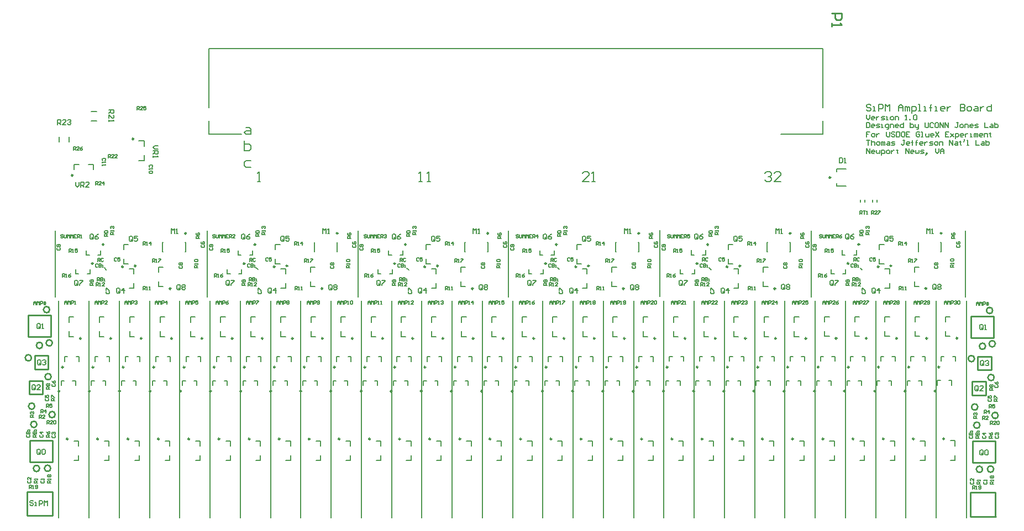
<source format=gto>
%FSLAX24Y24*%
%MOIN*%
G70*
G01*
G75*
G04 Layer_Color=65535*
%ADD10R,0.0669X0.0433*%
%ADD11R,0.0433X0.0669*%
%ADD12R,0.0354X0.0276*%
%ADD13R,0.0118X0.0197*%
%ADD14R,0.0394X0.0236*%
%ADD15R,0.0197X0.0118*%
%ADD16R,0.0197X0.0354*%
%ADD17R,0.0512X0.0236*%
%ADD18R,0.0354X0.0532*%
%ADD19R,0.0532X0.0532*%
%ADD20R,0.0236X0.0394*%
%ADD21R,0.0374X0.0354*%
%ADD22R,0.0374X0.0354*%
%ADD23C,0.0070*%
%ADD24C,0.0050*%
%ADD25C,0.0051*%
%ADD26C,0.0620*%
%ADD27R,0.0620X0.0620*%
%ADD28C,0.0400*%
%ADD29C,0.1811*%
%ADD30C,0.0500*%
%ADD31C,0.0400*%
%ADD32C,0.0794*%
G04:AMPARAMS|DCode=33|XSize=99.37mil|YSize=99.37mil|CornerRadius=0mil|HoleSize=0mil|Usage=FLASHONLY|Rotation=0.000|XOffset=0mil|YOffset=0mil|HoleType=Round|Shape=Relief|Width=10mil|Gap=10mil|Entries=4|*
%AMTHD33*
7,0,0,0.0994,0.0794,0.0100,45*
%
%ADD33THD33*%
%ADD34C,0.0597*%
%ADD35C,0.1502*%
G04:AMPARAMS|DCode=36|XSize=88mil|YSize=88mil|CornerRadius=0mil|HoleSize=0mil|Usage=FLASHONLY|Rotation=0.000|XOffset=0mil|YOffset=0mil|HoleType=Round|Shape=Relief|Width=10mil|Gap=10mil|Entries=4|*
%AMTHD36*
7,0,0,0.0880,0.0680,0.0100,45*
%
%ADD36THD36*%
%ADD37C,0.0680*%
%ADD38C,0.0150*%
%ADD39C,0.0098*%
%ADD40C,0.0100*%
%ADD41C,0.0079*%
%ADD42C,0.0080*%
%ADD43C,0.0059*%
D23*
X12680Y10750D02*
Y23840D01*
Y10750D02*
Y23840D01*
X14505Y10750D02*
Y23840D01*
X16330Y10750D02*
Y23840D01*
X18155Y10750D02*
Y23840D01*
X19980Y10750D02*
Y23840D01*
X21805Y10750D02*
Y23840D01*
X23630Y10750D02*
Y23840D01*
X25455Y10750D02*
Y23840D01*
X27280Y10750D02*
Y23840D01*
X29105Y10750D02*
Y23840D01*
X30930Y10750D02*
Y23840D01*
X32755Y10750D02*
Y23840D01*
X34580Y10750D02*
Y23840D01*
X36405Y10750D02*
Y23840D01*
X38230Y10750D02*
Y23840D01*
X40055Y10750D02*
Y23840D01*
X41880Y10750D02*
Y23840D01*
X43705Y10750D02*
Y23840D01*
X45530Y10750D02*
Y23840D01*
X47355Y10750D02*
Y23840D01*
X49180Y10750D02*
Y23840D01*
X51005Y10750D02*
Y23840D01*
X52830Y10750D02*
Y23840D01*
X54655Y10750D02*
Y23840D01*
X56480Y10750D02*
Y23840D01*
X58305Y10750D02*
Y23840D01*
X60130Y10750D02*
Y23840D01*
X61955Y10750D02*
Y23840D01*
X63780Y10750D02*
Y23840D01*
X65605Y10750D02*
Y23840D01*
X67430Y10750D02*
Y23840D01*
X61017Y25830D02*
X61134Y25712D01*
X12470Y24090D02*
Y28090D01*
X21620Y24090D02*
Y28090D01*
X30720Y24090D02*
Y28090D01*
X39800Y24100D02*
Y28100D01*
X48920Y24110D02*
Y28110D01*
X58050Y24090D02*
Y28090D01*
X67370Y24090D02*
Y28090D01*
X51902Y25848D02*
X52020Y25730D01*
X42762Y25858D02*
X42880Y25740D01*
X33667Y25824D02*
X33784Y25706D01*
X24572Y25858D02*
X24690Y25740D01*
X15422Y25848D02*
X15540Y25730D01*
X61000Y29090D02*
Y29290D01*
X61100D01*
X61133Y29257D01*
Y29190D01*
X61100Y29157D01*
X61000D01*
X61067D02*
X61133Y29090D01*
X61200Y29290D02*
X61333D01*
X61267D01*
Y29090D01*
X61400D02*
X61467D01*
X61433D01*
Y29290D01*
X61400Y29257D01*
X61710Y29100D02*
Y29300D01*
X61810D01*
X61843Y29267D01*
Y29200D01*
X61810Y29167D01*
X61710D01*
X61777D02*
X61843Y29100D01*
X62043D02*
X61910D01*
X62043Y29233D01*
Y29267D01*
X62010Y29300D01*
X61943D01*
X61910Y29267D01*
X62110Y29300D02*
X62243D01*
Y29267D01*
X62110Y29133D01*
Y29100D01*
X16153Y26411D02*
X16120Y26444D01*
X16053D01*
X16020Y26411D01*
Y26278D01*
X16053Y26244D01*
X16120D01*
X16153Y26278D01*
X16353Y26444D02*
X16220D01*
Y26344D01*
X16287Y26378D01*
X16320D01*
X16353Y26344D01*
Y26278D01*
X16320Y26244D01*
X16253D01*
X16220Y26278D01*
X25303Y26411D02*
X25270Y26444D01*
X25203D01*
X25170Y26411D01*
Y26278D01*
X25203Y26244D01*
X25270D01*
X25303Y26278D01*
X25503Y26444D02*
X25370D01*
Y26344D01*
X25437Y26378D01*
X25470D01*
X25503Y26344D01*
Y26278D01*
X25470Y26244D01*
X25403D01*
X25370Y26278D01*
X34383Y26411D02*
X34350Y26444D01*
X34283D01*
X34250Y26411D01*
Y26278D01*
X34283Y26244D01*
X34350D01*
X34383Y26278D01*
X34583Y26444D02*
X34450D01*
Y26344D01*
X34517Y26378D01*
X34550D01*
X34583Y26344D01*
Y26278D01*
X34550Y26244D01*
X34483D01*
X34450Y26278D01*
X43493Y26411D02*
X43460Y26444D01*
X43393D01*
X43360Y26411D01*
Y26278D01*
X43393Y26244D01*
X43460D01*
X43493Y26278D01*
X43693Y26444D02*
X43560D01*
Y26344D01*
X43627Y26378D01*
X43660D01*
X43693Y26344D01*
Y26278D01*
X43660Y26244D01*
X43593D01*
X43560Y26278D01*
X52623Y26412D02*
X52590Y26445D01*
X52523D01*
X52490Y26412D01*
Y26279D01*
X52523Y26245D01*
X52590D01*
X52623Y26279D01*
X52823Y26445D02*
X52690D01*
Y26345D01*
X52757Y26379D01*
X52790D01*
X52823Y26345D01*
Y26279D01*
X52790Y26245D01*
X52723D01*
X52690Y26279D01*
X61733Y26417D02*
X61700Y26450D01*
X61633D01*
X61600Y26417D01*
Y26283D01*
X61633Y26250D01*
X61700D01*
X61733Y26283D01*
X61933Y26450D02*
X61800D01*
Y26350D01*
X61867Y26383D01*
X61900D01*
X61933Y26350D01*
Y26283D01*
X61900Y26250D01*
X61833D01*
X61800Y26283D01*
X15573Y24428D02*
X15540Y24394D01*
Y24328D01*
X15573Y24294D01*
X15707D01*
X15740Y24328D01*
Y24394D01*
X15707Y24428D01*
X15540Y24494D02*
Y24628D01*
X15573D01*
X15707Y24494D01*
X15740D01*
X24723Y24428D02*
X24690Y24394D01*
Y24328D01*
X24723Y24294D01*
X24857D01*
X24890Y24328D01*
Y24394D01*
X24857Y24428D01*
X24690Y24494D02*
Y24628D01*
X24723D01*
X24857Y24494D01*
X24890D01*
X33803Y24428D02*
X33770Y24394D01*
Y24328D01*
X33803Y24294D01*
X33937D01*
X33970Y24328D01*
Y24394D01*
X33937Y24428D01*
X33770Y24494D02*
Y24628D01*
X33803D01*
X33937Y24494D01*
X33970D01*
X42913Y24428D02*
X42880Y24394D01*
Y24328D01*
X42913Y24294D01*
X43047D01*
X43080Y24328D01*
Y24394D01*
X43047Y24428D01*
X42880Y24494D02*
Y24628D01*
X42913D01*
X43047Y24494D01*
X43080D01*
X52043Y24429D02*
X52010Y24395D01*
Y24329D01*
X52043Y24295D01*
X52177D01*
X52210Y24329D01*
Y24395D01*
X52177Y24429D01*
X52010Y24495D02*
Y24629D01*
X52043D01*
X52177Y24495D01*
X52210D01*
X61153Y24433D02*
X61120Y24400D01*
Y24333D01*
X61153Y24300D01*
X61287D01*
X61320Y24333D01*
Y24400D01*
X61287Y24433D01*
X61120Y24500D02*
Y24633D01*
X61153D01*
X61287Y24500D01*
X61320D01*
X19953Y25948D02*
X19920Y25914D01*
Y25848D01*
X19953Y25814D01*
X20087D01*
X20120Y25848D01*
Y25914D01*
X20087Y25948D01*
X19953Y26014D02*
X19920Y26048D01*
Y26114D01*
X19953Y26148D01*
X19987D01*
X20020Y26114D01*
X20053Y26148D01*
X20087D01*
X20120Y26114D01*
Y26048D01*
X20087Y26014D01*
X20053D01*
X20020Y26048D01*
X19987Y26014D01*
X19953D01*
X20020Y26048D02*
Y26114D01*
X29103Y25948D02*
X29070Y25914D01*
Y25848D01*
X29103Y25814D01*
X29237D01*
X29270Y25848D01*
Y25914D01*
X29237Y25948D01*
X29103Y26014D02*
X29070Y26048D01*
Y26114D01*
X29103Y26148D01*
X29137D01*
X29170Y26114D01*
X29203Y26148D01*
X29237D01*
X29270Y26114D01*
Y26048D01*
X29237Y26014D01*
X29203D01*
X29170Y26048D01*
X29137Y26014D01*
X29103D01*
X29170Y26048D02*
Y26114D01*
X38183Y25948D02*
X38150Y25914D01*
Y25848D01*
X38183Y25814D01*
X38317D01*
X38350Y25848D01*
Y25914D01*
X38317Y25948D01*
X38183Y26014D02*
X38150Y26048D01*
Y26114D01*
X38183Y26148D01*
X38217D01*
X38250Y26114D01*
X38283Y26148D01*
X38317D01*
X38350Y26114D01*
Y26048D01*
X38317Y26014D01*
X38283D01*
X38250Y26048D01*
X38217Y26014D01*
X38183D01*
X38250Y26048D02*
Y26114D01*
X47293Y25948D02*
X47260Y25914D01*
Y25848D01*
X47293Y25814D01*
X47427D01*
X47460Y25848D01*
Y25914D01*
X47427Y25948D01*
X47293Y26014D02*
X47260Y26048D01*
Y26114D01*
X47293Y26148D01*
X47327D01*
X47360Y26114D01*
X47393Y26148D01*
X47427D01*
X47460Y26114D01*
Y26048D01*
X47427Y26014D01*
X47393D01*
X47360Y26048D01*
X47327Y26014D01*
X47293D01*
X47360Y26048D02*
Y26114D01*
X56423Y25949D02*
X56390Y25915D01*
Y25849D01*
X56423Y25815D01*
X56557D01*
X56590Y25849D01*
Y25915D01*
X56557Y25949D01*
X56423Y26015D02*
X56390Y26049D01*
Y26115D01*
X56423Y26149D01*
X56457D01*
X56490Y26115D01*
X56523Y26149D01*
X56557D01*
X56590Y26115D01*
Y26049D01*
X56557Y26015D01*
X56523D01*
X56490Y26049D01*
X56457Y26015D01*
X56423D01*
X56490Y26049D02*
Y26115D01*
X65533Y25953D02*
X65500Y25920D01*
Y25853D01*
X65533Y25820D01*
X65667D01*
X65700Y25853D01*
Y25920D01*
X65667Y25953D01*
X65533Y26020D02*
X65500Y26053D01*
Y26120D01*
X65533Y26153D01*
X65567D01*
X65600Y26120D01*
X65633Y26153D01*
X65667D01*
X65700Y26120D01*
Y26053D01*
X65667Y26020D01*
X65633D01*
X65600Y26053D01*
X65567Y26020D01*
X65533D01*
X65600Y26053D02*
Y26120D01*
X12603Y27043D02*
X12570Y27010D01*
Y26943D01*
X12603Y26910D01*
X12737D01*
X12770Y26943D01*
Y27010D01*
X12737Y27043D01*
Y27110D02*
X12770Y27143D01*
Y27210D01*
X12737Y27243D01*
X12603D01*
X12570Y27210D01*
Y27143D01*
X12603Y27110D01*
X12637D01*
X12670Y27143D01*
Y27243D01*
X21783Y27052D02*
X21750Y27019D01*
Y26952D01*
X21783Y26919D01*
X21917D01*
X21950Y26952D01*
Y27019D01*
X21917Y27052D01*
Y27119D02*
X21950Y27152D01*
Y27219D01*
X21917Y27252D01*
X21783D01*
X21750Y27219D01*
Y27152D01*
X21783Y27119D01*
X21817D01*
X21850Y27152D01*
Y27252D01*
X30863Y27052D02*
X30830Y27019D01*
Y26952D01*
X30863Y26919D01*
X30997D01*
X31030Y26952D01*
Y27019D01*
X30997Y27052D01*
Y27119D02*
X31030Y27152D01*
Y27219D01*
X30997Y27252D01*
X30863D01*
X30830Y27219D01*
Y27152D01*
X30863Y27119D01*
X30897D01*
X30930Y27152D01*
Y27252D01*
X39973Y27052D02*
X39940Y27019D01*
Y26952D01*
X39973Y26919D01*
X40107D01*
X40140Y26952D01*
Y27019D01*
X40107Y27052D01*
Y27119D02*
X40140Y27152D01*
Y27219D01*
X40107Y27252D01*
X39973D01*
X39940Y27219D01*
Y27152D01*
X39973Y27119D01*
X40007D01*
X40040Y27152D01*
Y27252D01*
X49103Y27053D02*
X49070Y27020D01*
Y26953D01*
X49103Y26920D01*
X49237D01*
X49270Y26953D01*
Y27020D01*
X49237Y27053D01*
Y27120D02*
X49270Y27153D01*
Y27220D01*
X49237Y27253D01*
X49103D01*
X49070Y27220D01*
Y27153D01*
X49103Y27120D01*
X49137D01*
X49170Y27153D01*
Y27253D01*
X58213Y27058D02*
X58180Y27025D01*
Y26958D01*
X58213Y26925D01*
X58347D01*
X58380Y26958D01*
Y27025D01*
X58347Y27058D01*
Y27125D02*
X58380Y27158D01*
Y27225D01*
X58347Y27258D01*
X58213D01*
X58180Y27225D01*
Y27158D01*
X58213Y27125D01*
X58247D01*
X58280Y27158D01*
Y27258D01*
X15033Y26061D02*
X15000Y26094D01*
X14933D01*
X14900Y26061D01*
Y25928D01*
X14933Y25894D01*
X15000D01*
X15033Y25928D01*
X15100Y26094D02*
Y25894D01*
X15200D01*
X15233Y25928D01*
Y25961D01*
X15200Y25994D01*
X15100D01*
X15200D01*
X15233Y26028D01*
Y26061D01*
X15200Y26094D01*
X15100D01*
X15300Y25894D02*
X15367D01*
X15333D01*
Y26028D01*
X15300D01*
X24183Y26061D02*
X24150Y26094D01*
X24083D01*
X24050Y26061D01*
Y25928D01*
X24083Y25894D01*
X24150D01*
X24183Y25928D01*
X24250Y26094D02*
Y25894D01*
X24350D01*
X24383Y25928D01*
Y25961D01*
X24350Y25994D01*
X24250D01*
X24350D01*
X24383Y26028D01*
Y26061D01*
X24350Y26094D01*
X24250D01*
X24450Y25894D02*
X24517D01*
X24483D01*
Y26028D01*
X24450D01*
X33263Y26061D02*
X33230Y26094D01*
X33163D01*
X33130Y26061D01*
Y25928D01*
X33163Y25894D01*
X33230D01*
X33263Y25928D01*
X33330Y26094D02*
Y25894D01*
X33430D01*
X33463Y25928D01*
Y25961D01*
X33430Y25994D01*
X33330D01*
X33430D01*
X33463Y26028D01*
Y26061D01*
X33430Y26094D01*
X33330D01*
X33530Y25894D02*
X33597D01*
X33563D01*
Y26028D01*
X33530D01*
X42373Y26061D02*
X42340Y26094D01*
X42273D01*
X42240Y26061D01*
Y25928D01*
X42273Y25894D01*
X42340D01*
X42373Y25928D01*
X42440Y26094D02*
Y25894D01*
X42540D01*
X42573Y25928D01*
Y25961D01*
X42540Y25994D01*
X42440D01*
X42540D01*
X42573Y26028D01*
Y26061D01*
X42540Y26094D01*
X42440D01*
X42640Y25894D02*
X42707D01*
X42673D01*
Y26028D01*
X42640D01*
X51503Y26062D02*
X51470Y26095D01*
X51403D01*
X51370Y26062D01*
Y25929D01*
X51403Y25895D01*
X51470D01*
X51503Y25929D01*
X51570Y26095D02*
Y25895D01*
X51670D01*
X51703Y25929D01*
Y25962D01*
X51670Y25995D01*
X51570D01*
X51670D01*
X51703Y26029D01*
Y26062D01*
X51670Y26095D01*
X51570D01*
X51770Y25895D02*
X51837D01*
X51803D01*
Y26029D01*
X51770D01*
X60613Y26067D02*
X60580Y26100D01*
X60513D01*
X60480Y26067D01*
Y25933D01*
X60513Y25900D01*
X60580D01*
X60613Y25933D01*
X60680Y26100D02*
Y25900D01*
X60780D01*
X60813Y25933D01*
Y25967D01*
X60780Y26000D01*
X60680D01*
X60780D01*
X60813Y26033D01*
Y26067D01*
X60780Y26100D01*
X60680D01*
X60880Y25900D02*
X60947D01*
X60913D01*
Y26033D01*
X60880D01*
X21293Y27203D02*
X21260Y27170D01*
Y27103D01*
X21293Y27070D01*
X21427D01*
X21460Y27103D01*
Y27170D01*
X21427Y27203D01*
X21293Y27403D02*
X21260Y27370D01*
Y27303D01*
X21293Y27270D01*
X21427D01*
X21460Y27303D01*
Y27370D01*
X21427Y27403D01*
X21360D01*
Y27337D01*
X30443Y27203D02*
X30410Y27170D01*
Y27103D01*
X30443Y27070D01*
X30577D01*
X30610Y27103D01*
Y27170D01*
X30577Y27203D01*
X30443Y27403D02*
X30410Y27370D01*
Y27303D01*
X30443Y27270D01*
X30577D01*
X30610Y27303D01*
Y27370D01*
X30577Y27403D01*
X30510D01*
Y27337D01*
X39523Y27203D02*
X39490Y27170D01*
Y27103D01*
X39523Y27070D01*
X39657D01*
X39690Y27103D01*
Y27170D01*
X39657Y27203D01*
X39523Y27403D02*
X39490Y27370D01*
Y27303D01*
X39523Y27270D01*
X39657D01*
X39690Y27303D01*
Y27370D01*
X39657Y27403D01*
X39590D01*
Y27337D01*
X48633Y27203D02*
X48600Y27170D01*
Y27103D01*
X48633Y27070D01*
X48767D01*
X48800Y27103D01*
Y27170D01*
X48767Y27203D01*
X48633Y27403D02*
X48600Y27370D01*
Y27303D01*
X48633Y27270D01*
X48767D01*
X48800Y27303D01*
Y27370D01*
X48767Y27403D01*
X48700D01*
Y27337D01*
X57763Y27204D02*
X57730Y27171D01*
Y27104D01*
X57763Y27071D01*
X57897D01*
X57930Y27104D01*
Y27171D01*
X57897Y27204D01*
X57763Y27404D02*
X57730Y27371D01*
Y27304D01*
X57763Y27271D01*
X57897D01*
X57930Y27304D01*
Y27371D01*
X57897Y27404D01*
X57830D01*
Y27338D01*
X66873Y27209D02*
X66840Y27176D01*
Y27109D01*
X66873Y27076D01*
X67007D01*
X67040Y27109D01*
Y27176D01*
X67007Y27209D01*
X66873Y27409D02*
X66840Y27376D01*
Y27309D01*
X66873Y27276D01*
X67007D01*
X67040Y27309D01*
Y27376D01*
X67007Y27409D01*
X66940D01*
Y27342D01*
X59760Y32500D02*
Y32200D01*
X59910D01*
X59960Y32250D01*
Y32450D01*
X59910Y32500D01*
X59760D01*
X60060Y32200D02*
X60160D01*
X60110D01*
Y32500D01*
X60060Y32450D01*
X19450Y27904D02*
Y28204D01*
X19550Y28104D01*
X19650Y28204D01*
Y27904D01*
X19750D02*
X19850D01*
X19800D01*
Y28204D01*
X19750Y28154D01*
X28600Y27904D02*
Y28204D01*
X28700Y28104D01*
X28800Y28204D01*
Y27904D01*
X28900D02*
X29000D01*
X28950D01*
Y28204D01*
X28900Y28154D01*
X37680Y27904D02*
Y28204D01*
X37780Y28104D01*
X37880Y28204D01*
Y27904D01*
X37980D02*
X38080D01*
X38030D01*
Y28204D01*
X37980Y28154D01*
X46790Y27904D02*
Y28204D01*
X46890Y28104D01*
X46990Y28204D01*
Y27904D01*
X47090D02*
X47190D01*
X47140D01*
Y28204D01*
X47090Y28154D01*
X55920Y27905D02*
Y28205D01*
X56020Y28105D01*
X56120Y28205D01*
Y27905D01*
X56220D02*
X56320D01*
X56270D01*
Y28205D01*
X56220Y28155D01*
X65030Y27910D02*
Y28210D01*
X65130Y28110D01*
X65230Y28210D01*
Y27910D01*
X65330D02*
X65430D01*
X65380D01*
Y28210D01*
X65330Y28160D01*
X16350Y24374D02*
Y24574D01*
X16300Y24624D01*
X16200D01*
X16150Y24574D01*
Y24374D01*
X16200Y24324D01*
X16300D01*
X16250Y24424D02*
X16350Y24324D01*
X16300D02*
X16350Y24374D01*
X16600Y24324D02*
Y24624D01*
X16450Y24474D01*
X16650D01*
X25500Y24374D02*
Y24574D01*
X25450Y24624D01*
X25350D01*
X25300Y24574D01*
Y24374D01*
X25350Y24324D01*
X25450D01*
X25400Y24424D02*
X25500Y24324D01*
X25450D02*
X25500Y24374D01*
X25750Y24324D02*
Y24624D01*
X25600Y24474D01*
X25800D01*
X34580Y24374D02*
Y24574D01*
X34530Y24624D01*
X34430D01*
X34380Y24574D01*
Y24374D01*
X34430Y24324D01*
X34530D01*
X34480Y24424D02*
X34580Y24324D01*
X34530D02*
X34580Y24374D01*
X34830Y24324D02*
Y24624D01*
X34680Y24474D01*
X34880D01*
X43690Y24374D02*
Y24574D01*
X43640Y24624D01*
X43540D01*
X43490Y24574D01*
Y24374D01*
X43540Y24324D01*
X43640D01*
X43590Y24424D02*
X43690Y24324D01*
X43640D02*
X43690Y24374D01*
X43940Y24324D02*
Y24624D01*
X43790Y24474D01*
X43990D01*
X52820Y24375D02*
Y24575D01*
X52770Y24625D01*
X52670D01*
X52620Y24575D01*
Y24375D01*
X52670Y24325D01*
X52770D01*
X52720Y24425D02*
X52820Y24325D01*
X52770D02*
X52820Y24375D01*
X53070Y24325D02*
Y24625D01*
X52920Y24475D01*
X53120D01*
X61930Y24380D02*
Y24580D01*
X61880Y24630D01*
X61780D01*
X61730Y24580D01*
Y24380D01*
X61780Y24330D01*
X61880D01*
X61830Y24430D02*
X61930Y24330D01*
X61880D02*
X61930Y24380D01*
X62180Y24330D02*
Y24630D01*
X62030Y24480D01*
X62230D01*
X17120Y27504D02*
Y27704D01*
X17070Y27754D01*
X16970D01*
X16920Y27704D01*
Y27504D01*
X16970Y27454D01*
X17070D01*
X17020Y27554D02*
X17120Y27454D01*
X17070D02*
X17120Y27504D01*
X17420Y27754D02*
X17220D01*
Y27604D01*
X17320Y27654D01*
X17370D01*
X17420Y27604D01*
Y27504D01*
X17370Y27454D01*
X17270D01*
X17220Y27504D01*
X26270D02*
Y27704D01*
X26220Y27754D01*
X26120D01*
X26070Y27704D01*
Y27504D01*
X26120Y27454D01*
X26220D01*
X26170Y27554D02*
X26270Y27454D01*
X26220D02*
X26270Y27504D01*
X26570Y27754D02*
X26370D01*
Y27604D01*
X26470Y27654D01*
X26520D01*
X26570Y27604D01*
Y27504D01*
X26520Y27454D01*
X26420D01*
X26370Y27504D01*
X35350D02*
Y27704D01*
X35300Y27754D01*
X35200D01*
X35150Y27704D01*
Y27504D01*
X35200Y27454D01*
X35300D01*
X35250Y27554D02*
X35350Y27454D01*
X35300D02*
X35350Y27504D01*
X35650Y27754D02*
X35450D01*
Y27604D01*
X35550Y27654D01*
X35600D01*
X35650Y27604D01*
Y27504D01*
X35600Y27454D01*
X35500D01*
X35450Y27504D01*
X44460D02*
Y27704D01*
X44410Y27754D01*
X44310D01*
X44260Y27704D01*
Y27504D01*
X44310Y27454D01*
X44410D01*
X44360Y27554D02*
X44460Y27454D01*
X44410D02*
X44460Y27504D01*
X44760Y27754D02*
X44560D01*
Y27604D01*
X44660Y27654D01*
X44710D01*
X44760Y27604D01*
Y27504D01*
X44710Y27454D01*
X44610D01*
X44560Y27504D01*
X53590Y27505D02*
Y27705D01*
X53540Y27755D01*
X53440D01*
X53390Y27705D01*
Y27505D01*
X53440Y27455D01*
X53540D01*
X53490Y27555D02*
X53590Y27455D01*
X53540D02*
X53590Y27505D01*
X53890Y27755D02*
X53690D01*
Y27605D01*
X53790Y27655D01*
X53840D01*
X53890Y27605D01*
Y27505D01*
X53840Y27455D01*
X53740D01*
X53690Y27505D01*
X62700Y27510D02*
Y27710D01*
X62650Y27760D01*
X62550D01*
X62500Y27710D01*
Y27510D01*
X62550Y27460D01*
X62650D01*
X62600Y27560D02*
X62700Y27460D01*
X62650D02*
X62700Y27510D01*
X63000Y27760D02*
X62800D01*
Y27610D01*
X62900Y27660D01*
X62950D01*
X63000Y27610D01*
Y27510D01*
X62950Y27460D01*
X62850D01*
X62800Y27510D01*
X14760Y27634D02*
Y27834D01*
X14710Y27884D01*
X14610D01*
X14560Y27834D01*
Y27634D01*
X14610Y27584D01*
X14710D01*
X14660Y27684D02*
X14760Y27584D01*
X14710D02*
X14760Y27634D01*
X15060Y27884D02*
X14960Y27834D01*
X14860Y27734D01*
Y27634D01*
X14910Y27584D01*
X15010D01*
X15060Y27634D01*
Y27684D01*
X15010Y27734D01*
X14860D01*
X23910Y27634D02*
Y27834D01*
X23860Y27884D01*
X23760D01*
X23710Y27834D01*
Y27634D01*
X23760Y27584D01*
X23860D01*
X23810Y27684D02*
X23910Y27584D01*
X23860D02*
X23910Y27634D01*
X24210Y27884D02*
X24110Y27834D01*
X24010Y27734D01*
Y27634D01*
X24060Y27584D01*
X24160D01*
X24210Y27634D01*
Y27684D01*
X24160Y27734D01*
X24010D01*
X32990Y27634D02*
Y27834D01*
X32940Y27884D01*
X32840D01*
X32790Y27834D01*
Y27634D01*
X32840Y27584D01*
X32940D01*
X32890Y27684D02*
X32990Y27584D01*
X32940D02*
X32990Y27634D01*
X33290Y27884D02*
X33190Y27834D01*
X33090Y27734D01*
Y27634D01*
X33140Y27584D01*
X33240D01*
X33290Y27634D01*
Y27684D01*
X33240Y27734D01*
X33090D01*
X42100Y27634D02*
Y27834D01*
X42050Y27884D01*
X41950D01*
X41900Y27834D01*
Y27634D01*
X41950Y27584D01*
X42050D01*
X42000Y27684D02*
X42100Y27584D01*
X42050D02*
X42100Y27634D01*
X42400Y27884D02*
X42300Y27834D01*
X42200Y27734D01*
Y27634D01*
X42250Y27584D01*
X42350D01*
X42400Y27634D01*
Y27684D01*
X42350Y27734D01*
X42200D01*
X51230Y27635D02*
Y27835D01*
X51180Y27885D01*
X51080D01*
X51030Y27835D01*
Y27635D01*
X51080Y27585D01*
X51180D01*
X51130Y27685D02*
X51230Y27585D01*
X51180D02*
X51230Y27635D01*
X51530Y27885D02*
X51430Y27835D01*
X51330Y27735D01*
Y27635D01*
X51380Y27585D01*
X51480D01*
X51530Y27635D01*
Y27685D01*
X51480Y27735D01*
X51330D01*
X60340Y27640D02*
Y27840D01*
X60290Y27890D01*
X60190D01*
X60140Y27840D01*
Y27640D01*
X60190Y27590D01*
X60290D01*
X60240Y27690D02*
X60340Y27590D01*
X60290D02*
X60340Y27640D01*
X60640Y27890D02*
X60540Y27840D01*
X60440Y27740D01*
Y27640D01*
X60490Y27590D01*
X60590D01*
X60640Y27640D01*
Y27690D01*
X60590Y27740D01*
X60440D01*
X13820Y24844D02*
Y25044D01*
X13770Y25094D01*
X13670D01*
X13620Y25044D01*
Y24844D01*
X13670Y24794D01*
X13770D01*
X13720Y24894D02*
X13820Y24794D01*
X13770D02*
X13820Y24844D01*
X13920Y25094D02*
X14120D01*
Y25044D01*
X13920Y24844D01*
Y24794D01*
X22970Y24844D02*
Y25044D01*
X22920Y25094D01*
X22820D01*
X22770Y25044D01*
Y24844D01*
X22820Y24794D01*
X22920D01*
X22870Y24894D02*
X22970Y24794D01*
X22920D02*
X22970Y24844D01*
X23070Y25094D02*
X23270D01*
Y25044D01*
X23070Y24844D01*
Y24794D01*
X32050Y24844D02*
Y25044D01*
X32000Y25094D01*
X31900D01*
X31850Y25044D01*
Y24844D01*
X31900Y24794D01*
X32000D01*
X31950Y24894D02*
X32050Y24794D01*
X32000D02*
X32050Y24844D01*
X32150Y25094D02*
X32350D01*
Y25044D01*
X32150Y24844D01*
Y24794D01*
X41160Y24844D02*
Y25044D01*
X41110Y25094D01*
X41010D01*
X40960Y25044D01*
Y24844D01*
X41010Y24794D01*
X41110D01*
X41060Y24894D02*
X41160Y24794D01*
X41110D02*
X41160Y24844D01*
X41260Y25094D02*
X41460D01*
Y25044D01*
X41260Y24844D01*
Y24794D01*
X50290Y24845D02*
Y25045D01*
X50240Y25095D01*
X50140D01*
X50090Y25045D01*
Y24845D01*
X50140Y24795D01*
X50240D01*
X50190Y24895D02*
X50290Y24795D01*
X50240D02*
X50290Y24845D01*
X50390Y25095D02*
X50590D01*
Y25045D01*
X50390Y24845D01*
Y24795D01*
X59400Y24850D02*
Y25050D01*
X59350Y25100D01*
X59250D01*
X59200Y25050D01*
Y24850D01*
X59250Y24800D01*
X59350D01*
X59300Y24900D02*
X59400Y24800D01*
X59350D02*
X59400Y24850D01*
X59500Y25100D02*
X59700D01*
Y25050D01*
X59500Y24850D01*
Y24800D01*
X20010Y24584D02*
Y24784D01*
X19960Y24834D01*
X19860D01*
X19810Y24784D01*
Y24584D01*
X19860Y24534D01*
X19960D01*
X19910Y24634D02*
X20010Y24534D01*
X19960D02*
X20010Y24584D01*
X20110Y24784D02*
X20160Y24834D01*
X20260D01*
X20310Y24784D01*
Y24734D01*
X20260Y24684D01*
X20310Y24634D01*
Y24584D01*
X20260Y24534D01*
X20160D01*
X20110Y24584D01*
Y24634D01*
X20160Y24684D01*
X20110Y24734D01*
Y24784D01*
X20160Y24684D02*
X20260D01*
X29160Y24584D02*
Y24784D01*
X29110Y24834D01*
X29010D01*
X28960Y24784D01*
Y24584D01*
X29010Y24534D01*
X29110D01*
X29060Y24634D02*
X29160Y24534D01*
X29110D02*
X29160Y24584D01*
X29260Y24784D02*
X29310Y24834D01*
X29410D01*
X29460Y24784D01*
Y24734D01*
X29410Y24684D01*
X29460Y24634D01*
Y24584D01*
X29410Y24534D01*
X29310D01*
X29260Y24584D01*
Y24634D01*
X29310Y24684D01*
X29260Y24734D01*
Y24784D01*
X29310Y24684D02*
X29410D01*
X38240Y24584D02*
Y24784D01*
X38190Y24834D01*
X38090D01*
X38040Y24784D01*
Y24584D01*
X38090Y24534D01*
X38190D01*
X38140Y24634D02*
X38240Y24534D01*
X38190D02*
X38240Y24584D01*
X38340Y24784D02*
X38390Y24834D01*
X38490D01*
X38540Y24784D01*
Y24734D01*
X38490Y24684D01*
X38540Y24634D01*
Y24584D01*
X38490Y24534D01*
X38390D01*
X38340Y24584D01*
Y24634D01*
X38390Y24684D01*
X38340Y24734D01*
Y24784D01*
X38390Y24684D02*
X38490D01*
X47350Y24584D02*
Y24784D01*
X47300Y24834D01*
X47200D01*
X47150Y24784D01*
Y24584D01*
X47200Y24534D01*
X47300D01*
X47250Y24634D02*
X47350Y24534D01*
X47300D02*
X47350Y24584D01*
X47450Y24784D02*
X47500Y24834D01*
X47600D01*
X47650Y24784D01*
Y24734D01*
X47600Y24684D01*
X47650Y24634D01*
Y24584D01*
X47600Y24534D01*
X47500D01*
X47450Y24584D01*
Y24634D01*
X47500Y24684D01*
X47450Y24734D01*
Y24784D01*
X47500Y24684D02*
X47600D01*
X56480Y24585D02*
Y24785D01*
X56430Y24835D01*
X56330D01*
X56280Y24785D01*
Y24585D01*
X56330Y24535D01*
X56430D01*
X56380Y24635D02*
X56480Y24535D01*
X56430D02*
X56480Y24585D01*
X56580Y24785D02*
X56630Y24835D01*
X56730D01*
X56780Y24785D01*
Y24735D01*
X56730Y24685D01*
X56780Y24635D01*
Y24585D01*
X56730Y24535D01*
X56630D01*
X56580Y24585D01*
Y24635D01*
X56630Y24685D01*
X56580Y24735D01*
Y24785D01*
X56630Y24685D02*
X56730D01*
X65590Y24590D02*
Y24790D01*
X65540Y24840D01*
X65440D01*
X65390Y24790D01*
Y24590D01*
X65440Y24540D01*
X65540D01*
X65490Y24640D02*
X65590Y24540D01*
X65540D02*
X65590Y24590D01*
X65690Y24790D02*
X65740Y24840D01*
X65840D01*
X65890Y24790D01*
Y24740D01*
X65840Y24690D01*
X65890Y24640D01*
Y24590D01*
X65840Y24540D01*
X65740D01*
X65690Y24590D01*
Y24640D01*
X65740Y24690D01*
X65690Y24740D01*
Y24790D01*
X65740Y24690D02*
X65840D01*
X14780Y24774D02*
X14580D01*
Y24874D01*
X14613Y24908D01*
X14680D01*
X14713Y24874D01*
Y24774D01*
Y24841D02*
X14780Y24908D01*
X14747Y24974D02*
X14780Y25008D01*
Y25074D01*
X14747Y25108D01*
X14613D01*
X14580Y25074D01*
Y25008D01*
X14613Y24974D01*
X14647D01*
X14680Y25008D01*
Y25108D01*
X23930Y24774D02*
X23730D01*
Y24874D01*
X23763Y24908D01*
X23830D01*
X23863Y24874D01*
Y24774D01*
Y24841D02*
X23930Y24908D01*
X23897Y24974D02*
X23930Y25008D01*
Y25074D01*
X23897Y25108D01*
X23763D01*
X23730Y25074D01*
Y25008D01*
X23763Y24974D01*
X23797D01*
X23830Y25008D01*
Y25108D01*
X33010Y24774D02*
X32810D01*
Y24874D01*
X32843Y24908D01*
X32910D01*
X32943Y24874D01*
Y24774D01*
Y24841D02*
X33010Y24908D01*
X32977Y24974D02*
X33010Y25008D01*
Y25074D01*
X32977Y25108D01*
X32843D01*
X32810Y25074D01*
Y25008D01*
X32843Y24974D01*
X32877D01*
X32910Y25008D01*
Y25108D01*
X42120Y24774D02*
X41920D01*
Y24874D01*
X41953Y24908D01*
X42020D01*
X42053Y24874D01*
Y24774D01*
Y24841D02*
X42120Y24908D01*
X42087Y24974D02*
X42120Y25008D01*
Y25074D01*
X42087Y25108D01*
X41953D01*
X41920Y25074D01*
Y25008D01*
X41953Y24974D01*
X41987D01*
X42020Y25008D01*
Y25108D01*
X51250Y24775D02*
X51050D01*
Y24875D01*
X51083Y24909D01*
X51150D01*
X51183Y24875D01*
Y24775D01*
Y24842D02*
X51250Y24909D01*
X51217Y24975D02*
X51250Y25009D01*
Y25075D01*
X51217Y25109D01*
X51083D01*
X51050Y25075D01*
Y25009D01*
X51083Y24975D01*
X51117D01*
X51150Y25009D01*
Y25109D01*
X60360Y24780D02*
X60160D01*
Y24880D01*
X60193Y24913D01*
X60260D01*
X60293Y24880D01*
Y24780D01*
Y24847D02*
X60360Y24913D01*
X60327Y24980D02*
X60360Y25013D01*
Y25080D01*
X60327Y25113D01*
X60193D01*
X60160Y25080D01*
Y25013D01*
X60193Y24980D01*
X60227D01*
X60260Y25013D01*
Y25113D01*
X21070Y25864D02*
X20870D01*
Y25964D01*
X20903Y25998D01*
X20970D01*
X21003Y25964D01*
Y25864D01*
Y25931D02*
X21070Y25998D01*
Y26064D02*
Y26131D01*
Y26098D01*
X20870D01*
X20903Y26064D01*
Y26231D02*
X20870Y26264D01*
Y26331D01*
X20903Y26364D01*
X21037D01*
X21070Y26331D01*
Y26264D01*
X21037Y26231D01*
X20903D01*
X30220Y25864D02*
X30020D01*
Y25964D01*
X30053Y25998D01*
X30120D01*
X30153Y25964D01*
Y25864D01*
Y25931D02*
X30220Y25998D01*
Y26064D02*
Y26131D01*
Y26098D01*
X30020D01*
X30053Y26064D01*
Y26231D02*
X30020Y26264D01*
Y26331D01*
X30053Y26364D01*
X30187D01*
X30220Y26331D01*
Y26264D01*
X30187Y26231D01*
X30053D01*
X39300Y25864D02*
X39100D01*
Y25964D01*
X39133Y25998D01*
X39200D01*
X39233Y25964D01*
Y25864D01*
Y25931D02*
X39300Y25998D01*
Y26064D02*
Y26131D01*
Y26098D01*
X39100D01*
X39133Y26064D01*
Y26231D02*
X39100Y26264D01*
Y26331D01*
X39133Y26364D01*
X39267D01*
X39300Y26331D01*
Y26264D01*
X39267Y26231D01*
X39133D01*
X48410Y25864D02*
X48210D01*
Y25964D01*
X48243Y25998D01*
X48310D01*
X48343Y25964D01*
Y25864D01*
Y25931D02*
X48410Y25998D01*
Y26064D02*
Y26131D01*
Y26098D01*
X48210D01*
X48243Y26064D01*
Y26231D02*
X48210Y26264D01*
Y26331D01*
X48243Y26364D01*
X48377D01*
X48410Y26331D01*
Y26264D01*
X48377Y26231D01*
X48243D01*
X57540Y25865D02*
X57340D01*
Y25965D01*
X57373Y25999D01*
X57440D01*
X57473Y25965D01*
Y25865D01*
Y25932D02*
X57540Y25999D01*
Y26065D02*
Y26132D01*
Y26099D01*
X57340D01*
X57373Y26065D01*
Y26232D02*
X57340Y26265D01*
Y26332D01*
X57373Y26365D01*
X57507D01*
X57540Y26332D01*
Y26265D01*
X57507Y26232D01*
X57373D01*
X66650Y25870D02*
X66450D01*
Y25970D01*
X66483Y26003D01*
X66550D01*
X66583Y25970D01*
Y25870D01*
Y25937D02*
X66650Y26003D01*
Y26070D02*
Y26137D01*
Y26103D01*
X66450D01*
X66483Y26070D01*
Y26237D02*
X66450Y26270D01*
Y26337D01*
X66483Y26370D01*
X66617D01*
X66650Y26337D01*
Y26270D01*
X66617Y26237D01*
X66483D01*
X17780Y24514D02*
Y24714D01*
X17880D01*
X17913Y24681D01*
Y24614D01*
X17880Y24581D01*
X17780D01*
X17847D02*
X17913Y24514D01*
X17980D02*
X18047D01*
X18013D01*
Y24714D01*
X17980Y24681D01*
X18147Y24514D02*
X18213D01*
X18180D01*
Y24714D01*
X18147Y24681D01*
X26930Y24514D02*
Y24714D01*
X27030D01*
X27063Y24681D01*
Y24614D01*
X27030Y24581D01*
X26930D01*
X26997D02*
X27063Y24514D01*
X27130D02*
X27197D01*
X27163D01*
Y24714D01*
X27130Y24681D01*
X27297Y24514D02*
X27363D01*
X27330D01*
Y24714D01*
X27297Y24681D01*
X36010Y24514D02*
Y24714D01*
X36110D01*
X36143Y24681D01*
Y24614D01*
X36110Y24581D01*
X36010D01*
X36077D02*
X36143Y24514D01*
X36210D02*
X36277D01*
X36243D01*
Y24714D01*
X36210Y24681D01*
X36377Y24514D02*
X36443D01*
X36410D01*
Y24714D01*
X36377Y24681D01*
X45120Y24514D02*
Y24714D01*
X45220D01*
X45253Y24681D01*
Y24614D01*
X45220Y24581D01*
X45120D01*
X45187D02*
X45253Y24514D01*
X45320D02*
X45387D01*
X45353D01*
Y24714D01*
X45320Y24681D01*
X45487Y24514D02*
X45553D01*
X45520D01*
Y24714D01*
X45487Y24681D01*
X54250Y24515D02*
Y24715D01*
X54350D01*
X54383Y24682D01*
Y24615D01*
X54350Y24582D01*
X54250D01*
X54317D02*
X54383Y24515D01*
X54450D02*
X54517D01*
X54483D01*
Y24715D01*
X54450Y24682D01*
X54617Y24515D02*
X54683D01*
X54650D01*
Y24715D01*
X54617Y24682D01*
X63360Y24520D02*
Y24720D01*
X63460D01*
X63493Y24687D01*
Y24620D01*
X63460Y24587D01*
X63360D01*
X63427D02*
X63493Y24520D01*
X63560D02*
X63627D01*
X63593D01*
Y24720D01*
X63560Y24687D01*
X63727Y24520D02*
X63793D01*
X63760D01*
Y24720D01*
X63727Y24687D01*
X14940Y24754D02*
Y24954D01*
X15040D01*
X15073Y24921D01*
Y24854D01*
X15040Y24821D01*
X14940D01*
X15007D02*
X15073Y24754D01*
X15140D02*
X15207D01*
X15173D01*
Y24954D01*
X15140Y24921D01*
X15440Y24754D02*
X15307D01*
X15440Y24888D01*
Y24921D01*
X15407Y24954D01*
X15340D01*
X15307Y24921D01*
X24090Y24754D02*
Y24954D01*
X24190D01*
X24223Y24921D01*
Y24854D01*
X24190Y24821D01*
X24090D01*
X24157D02*
X24223Y24754D01*
X24290D02*
X24357D01*
X24323D01*
Y24954D01*
X24290Y24921D01*
X24590Y24754D02*
X24457D01*
X24590Y24888D01*
Y24921D01*
X24557Y24954D01*
X24490D01*
X24457Y24921D01*
X33170Y24754D02*
Y24954D01*
X33270D01*
X33303Y24921D01*
Y24854D01*
X33270Y24821D01*
X33170D01*
X33237D02*
X33303Y24754D01*
X33370D02*
X33437D01*
X33403D01*
Y24954D01*
X33370Y24921D01*
X33670Y24754D02*
X33537D01*
X33670Y24888D01*
Y24921D01*
X33637Y24954D01*
X33570D01*
X33537Y24921D01*
X42280Y24754D02*
Y24954D01*
X42380D01*
X42413Y24921D01*
Y24854D01*
X42380Y24821D01*
X42280D01*
X42347D02*
X42413Y24754D01*
X42480D02*
X42547D01*
X42513D01*
Y24954D01*
X42480Y24921D01*
X42780Y24754D02*
X42647D01*
X42780Y24888D01*
Y24921D01*
X42747Y24954D01*
X42680D01*
X42647Y24921D01*
X51410Y24755D02*
Y24955D01*
X51510D01*
X51543Y24922D01*
Y24855D01*
X51510Y24822D01*
X51410D01*
X51477D02*
X51543Y24755D01*
X51610D02*
X51677D01*
X51643D01*
Y24955D01*
X51610Y24922D01*
X51910Y24755D02*
X51777D01*
X51910Y24889D01*
Y24922D01*
X51877Y24955D01*
X51810D01*
X51777Y24922D01*
X60520Y24760D02*
Y24960D01*
X60620D01*
X60653Y24927D01*
Y24860D01*
X60620Y24827D01*
X60520D01*
X60587D02*
X60653Y24760D01*
X60720D02*
X60787D01*
X60753D01*
Y24960D01*
X60720Y24927D01*
X61020Y24760D02*
X60887D01*
X61020Y24893D01*
Y24927D01*
X60987Y24960D01*
X60920D01*
X60887Y24927D01*
X15990Y27854D02*
X15790D01*
Y27954D01*
X15823Y27988D01*
X15890D01*
X15923Y27954D01*
Y27854D01*
Y27921D02*
X15990Y27988D01*
Y28054D02*
Y28121D01*
Y28088D01*
X15790D01*
X15823Y28054D01*
Y28221D02*
X15790Y28254D01*
Y28321D01*
X15823Y28354D01*
X15857D01*
X15890Y28321D01*
Y28287D01*
Y28321D01*
X15923Y28354D01*
X15957D01*
X15990Y28321D01*
Y28254D01*
X15957Y28221D01*
X25140Y27854D02*
X24940D01*
Y27954D01*
X24973Y27988D01*
X25040D01*
X25073Y27954D01*
Y27854D01*
Y27921D02*
X25140Y27988D01*
Y28054D02*
Y28121D01*
Y28088D01*
X24940D01*
X24973Y28054D01*
Y28221D02*
X24940Y28254D01*
Y28321D01*
X24973Y28354D01*
X25007D01*
X25040Y28321D01*
Y28287D01*
Y28321D01*
X25073Y28354D01*
X25107D01*
X25140Y28321D01*
Y28254D01*
X25107Y28221D01*
X34220Y27854D02*
X34020D01*
Y27954D01*
X34053Y27988D01*
X34120D01*
X34153Y27954D01*
Y27854D01*
Y27921D02*
X34220Y27988D01*
Y28054D02*
Y28121D01*
Y28088D01*
X34020D01*
X34053Y28054D01*
Y28221D02*
X34020Y28254D01*
Y28321D01*
X34053Y28354D01*
X34087D01*
X34120Y28321D01*
Y28287D01*
Y28321D01*
X34153Y28354D01*
X34187D01*
X34220Y28321D01*
Y28254D01*
X34187Y28221D01*
X43330Y27854D02*
X43130D01*
Y27954D01*
X43163Y27988D01*
X43230D01*
X43263Y27954D01*
Y27854D01*
Y27921D02*
X43330Y27988D01*
Y28054D02*
Y28121D01*
Y28088D01*
X43130D01*
X43163Y28054D01*
Y28221D02*
X43130Y28254D01*
Y28321D01*
X43163Y28354D01*
X43197D01*
X43230Y28321D01*
Y28287D01*
Y28321D01*
X43263Y28354D01*
X43297D01*
X43330Y28321D01*
Y28254D01*
X43297Y28221D01*
X52460Y27855D02*
X52260D01*
Y27955D01*
X52293Y27989D01*
X52360D01*
X52393Y27955D01*
Y27855D01*
Y27922D02*
X52460Y27989D01*
Y28055D02*
Y28122D01*
Y28089D01*
X52260D01*
X52293Y28055D01*
Y28222D02*
X52260Y28255D01*
Y28322D01*
X52293Y28355D01*
X52327D01*
X52360Y28322D01*
Y28289D01*
Y28322D01*
X52393Y28355D01*
X52427D01*
X52460Y28322D01*
Y28255D01*
X52427Y28222D01*
X61570Y27860D02*
X61370D01*
Y27960D01*
X61403Y27993D01*
X61470D01*
X61503Y27960D01*
Y27860D01*
Y27927D02*
X61570Y27993D01*
Y28060D02*
Y28127D01*
Y28093D01*
X61370D01*
X61403Y28060D01*
Y28227D02*
X61370Y28260D01*
Y28327D01*
X61403Y28360D01*
X61437D01*
X61470Y28327D01*
Y28293D01*
Y28327D01*
X61503Y28360D01*
X61537D01*
X61570Y28327D01*
Y28260D01*
X61537Y28227D01*
X17760Y27224D02*
Y27424D01*
X17860D01*
X17893Y27391D01*
Y27324D01*
X17860Y27291D01*
X17760D01*
X17827D02*
X17893Y27224D01*
X17960D02*
X18027D01*
X17993D01*
Y27424D01*
X17960Y27391D01*
X18227Y27224D02*
Y27424D01*
X18127Y27324D01*
X18260D01*
X26910Y27224D02*
Y27424D01*
X27010D01*
X27043Y27391D01*
Y27324D01*
X27010Y27291D01*
X26910D01*
X26977D02*
X27043Y27224D01*
X27110D02*
X27177D01*
X27143D01*
Y27424D01*
X27110Y27391D01*
X27377Y27224D02*
Y27424D01*
X27277Y27324D01*
X27410D01*
X35990Y27224D02*
Y27424D01*
X36090D01*
X36123Y27391D01*
Y27324D01*
X36090Y27291D01*
X35990D01*
X36057D02*
X36123Y27224D01*
X36190D02*
X36257D01*
X36223D01*
Y27424D01*
X36190Y27391D01*
X36457Y27224D02*
Y27424D01*
X36357Y27324D01*
X36490D01*
X45100Y27224D02*
Y27424D01*
X45200D01*
X45233Y27391D01*
Y27324D01*
X45200Y27291D01*
X45100D01*
X45167D02*
X45233Y27224D01*
X45300D02*
X45367D01*
X45333D01*
Y27424D01*
X45300Y27391D01*
X45567Y27224D02*
Y27424D01*
X45467Y27324D01*
X45600D01*
X54230Y27225D02*
Y27425D01*
X54330D01*
X54363Y27392D01*
Y27325D01*
X54330Y27292D01*
X54230D01*
X54297D02*
X54363Y27225D01*
X54430D02*
X54497D01*
X54463D01*
Y27425D01*
X54430Y27392D01*
X54697Y27225D02*
Y27425D01*
X54597Y27325D01*
X54730D01*
X63340Y27230D02*
Y27430D01*
X63440D01*
X63473Y27397D01*
Y27330D01*
X63440Y27297D01*
X63340D01*
X63407D02*
X63473Y27230D01*
X63540D02*
X63607D01*
X63573D01*
Y27430D01*
X63540Y27397D01*
X63807Y27230D02*
Y27430D01*
X63707Y27330D01*
X63840D01*
X13310Y26784D02*
Y26984D01*
X13410D01*
X13443Y26951D01*
Y26884D01*
X13410Y26851D01*
X13310D01*
X13377D02*
X13443Y26784D01*
X13510D02*
X13577D01*
X13543D01*
Y26984D01*
X13510Y26951D01*
X13810Y26984D02*
X13677D01*
Y26884D01*
X13743Y26918D01*
X13777D01*
X13810Y26884D01*
Y26818D01*
X13777Y26784D01*
X13710D01*
X13677Y26818D01*
X22460Y26784D02*
Y26984D01*
X22560D01*
X22593Y26951D01*
Y26884D01*
X22560Y26851D01*
X22460D01*
X22527D02*
X22593Y26784D01*
X22660D02*
X22727D01*
X22693D01*
Y26984D01*
X22660Y26951D01*
X22960Y26984D02*
X22827D01*
Y26884D01*
X22893Y26918D01*
X22927D01*
X22960Y26884D01*
Y26818D01*
X22927Y26784D01*
X22860D01*
X22827Y26818D01*
X31540Y26784D02*
Y26984D01*
X31640D01*
X31673Y26951D01*
Y26884D01*
X31640Y26851D01*
X31540D01*
X31607D02*
X31673Y26784D01*
X31740D02*
X31807D01*
X31773D01*
Y26984D01*
X31740Y26951D01*
X32040Y26984D02*
X31907D01*
Y26884D01*
X31973Y26918D01*
X32007D01*
X32040Y26884D01*
Y26818D01*
X32007Y26784D01*
X31940D01*
X31907Y26818D01*
X40650Y26784D02*
Y26984D01*
X40750D01*
X40783Y26951D01*
Y26884D01*
X40750Y26851D01*
X40650D01*
X40717D02*
X40783Y26784D01*
X40850D02*
X40917D01*
X40883D01*
Y26984D01*
X40850Y26951D01*
X41150Y26984D02*
X41017D01*
Y26884D01*
X41083Y26918D01*
X41117D01*
X41150Y26884D01*
Y26818D01*
X41117Y26784D01*
X41050D01*
X41017Y26818D01*
X49780Y26785D02*
Y26985D01*
X49880D01*
X49913Y26952D01*
Y26885D01*
X49880Y26852D01*
X49780D01*
X49847D02*
X49913Y26785D01*
X49980D02*
X50047D01*
X50013D01*
Y26985D01*
X49980Y26952D01*
X50280Y26985D02*
X50147D01*
Y26885D01*
X50213Y26919D01*
X50247D01*
X50280Y26885D01*
Y26819D01*
X50247Y26785D01*
X50180D01*
X50147Y26819D01*
X58890Y26790D02*
Y26990D01*
X58990D01*
X59023Y26957D01*
Y26890D01*
X58990Y26857D01*
X58890D01*
X58957D02*
X59023Y26790D01*
X59090D02*
X59157D01*
X59123D01*
Y26990D01*
X59090Y26957D01*
X59390Y26990D02*
X59257D01*
Y26890D01*
X59323Y26923D01*
X59357D01*
X59390Y26890D01*
Y26823D01*
X59357Y26790D01*
X59290D01*
X59257Y26823D01*
X12910Y25294D02*
Y25494D01*
X13010D01*
X13043Y25461D01*
Y25394D01*
X13010Y25361D01*
X12910D01*
X12977D02*
X13043Y25294D01*
X13110D02*
X13177D01*
X13143D01*
Y25494D01*
X13110Y25461D01*
X13410Y25494D02*
X13343Y25461D01*
X13277Y25394D01*
Y25328D01*
X13310Y25294D01*
X13377D01*
X13410Y25328D01*
Y25361D01*
X13377Y25394D01*
X13277D01*
X22060Y25294D02*
Y25494D01*
X22160D01*
X22193Y25461D01*
Y25394D01*
X22160Y25361D01*
X22060D01*
X22127D02*
X22193Y25294D01*
X22260D02*
X22327D01*
X22293D01*
Y25494D01*
X22260Y25461D01*
X22560Y25494D02*
X22493Y25461D01*
X22427Y25394D01*
Y25328D01*
X22460Y25294D01*
X22527D01*
X22560Y25328D01*
Y25361D01*
X22527Y25394D01*
X22427D01*
X31140Y25294D02*
Y25494D01*
X31240D01*
X31273Y25461D01*
Y25394D01*
X31240Y25361D01*
X31140D01*
X31207D02*
X31273Y25294D01*
X31340D02*
X31407D01*
X31373D01*
Y25494D01*
X31340Y25461D01*
X31640Y25494D02*
X31573Y25461D01*
X31507Y25394D01*
Y25328D01*
X31540Y25294D01*
X31607D01*
X31640Y25328D01*
Y25361D01*
X31607Y25394D01*
X31507D01*
X40250Y25294D02*
Y25494D01*
X40350D01*
X40383Y25461D01*
Y25394D01*
X40350Y25361D01*
X40250D01*
X40317D02*
X40383Y25294D01*
X40450D02*
X40517D01*
X40483D01*
Y25494D01*
X40450Y25461D01*
X40750Y25494D02*
X40683Y25461D01*
X40617Y25394D01*
Y25328D01*
X40650Y25294D01*
X40717D01*
X40750Y25328D01*
Y25361D01*
X40717Y25394D01*
X40617D01*
X49380Y25295D02*
Y25495D01*
X49480D01*
X49513Y25462D01*
Y25395D01*
X49480Y25362D01*
X49380D01*
X49447D02*
X49513Y25295D01*
X49580D02*
X49647D01*
X49613D01*
Y25495D01*
X49580Y25462D01*
X49880Y25495D02*
X49813Y25462D01*
X49747Y25395D01*
Y25329D01*
X49780Y25295D01*
X49847D01*
X49880Y25329D01*
Y25362D01*
X49847Y25395D01*
X49747D01*
X58490Y25300D02*
Y25500D01*
X58590D01*
X58623Y25467D01*
Y25400D01*
X58590Y25367D01*
X58490D01*
X58557D02*
X58623Y25300D01*
X58690D02*
X58757D01*
X58723D01*
Y25500D01*
X58690Y25467D01*
X58990Y25500D02*
X58923Y25467D01*
X58857Y25400D01*
Y25333D01*
X58890Y25300D01*
X58957D01*
X58990Y25333D01*
Y25367D01*
X58957Y25400D01*
X58857D01*
X18340Y26184D02*
Y26384D01*
X18440D01*
X18473Y26351D01*
Y26284D01*
X18440Y26251D01*
X18340D01*
X18407D02*
X18473Y26184D01*
X18540D02*
X18607D01*
X18573D01*
Y26384D01*
X18540Y26351D01*
X18707Y26384D02*
X18840D01*
Y26351D01*
X18707Y26218D01*
Y26184D01*
X27490D02*
Y26384D01*
X27590D01*
X27623Y26351D01*
Y26284D01*
X27590Y26251D01*
X27490D01*
X27557D02*
X27623Y26184D01*
X27690D02*
X27757D01*
X27723D01*
Y26384D01*
X27690Y26351D01*
X27857Y26384D02*
X27990D01*
Y26351D01*
X27857Y26218D01*
Y26184D01*
X36570D02*
Y26384D01*
X36670D01*
X36703Y26351D01*
Y26284D01*
X36670Y26251D01*
X36570D01*
X36637D02*
X36703Y26184D01*
X36770D02*
X36837D01*
X36803D01*
Y26384D01*
X36770Y26351D01*
X36937Y26384D02*
X37070D01*
Y26351D01*
X36937Y26218D01*
Y26184D01*
X45680D02*
Y26384D01*
X45780D01*
X45813Y26351D01*
Y26284D01*
X45780Y26251D01*
X45680D01*
X45747D02*
X45813Y26184D01*
X45880D02*
X45947D01*
X45913D01*
Y26384D01*
X45880Y26351D01*
X46047Y26384D02*
X46180D01*
Y26351D01*
X46047Y26218D01*
Y26184D01*
X54810Y26185D02*
Y26385D01*
X54910D01*
X54943Y26352D01*
Y26285D01*
X54910Y26252D01*
X54810D01*
X54877D02*
X54943Y26185D01*
X55010D02*
X55077D01*
X55043D01*
Y26385D01*
X55010Y26352D01*
X55177Y26385D02*
X55310D01*
Y26352D01*
X55177Y26219D01*
Y26185D01*
X63920Y26190D02*
Y26390D01*
X64020D01*
X64053Y26357D01*
Y26290D01*
X64020Y26257D01*
X63920D01*
X63987D02*
X64053Y26190D01*
X64120D02*
X64187D01*
X64153D01*
Y26390D01*
X64120Y26357D01*
X64287Y26390D02*
X64420D01*
Y26357D01*
X64287Y26223D01*
Y26190D01*
X15710Y35380D02*
X16010D01*
Y35230D01*
X15960Y35180D01*
X15860D01*
X15810Y35230D01*
Y35380D01*
Y35280D02*
X15710Y35180D01*
Y34880D02*
Y35080D01*
X15910Y34880D01*
X15960D01*
X16010Y34930D01*
Y35030D01*
X15960Y35080D01*
X15710Y34780D02*
Y34680D01*
Y34730D01*
X16010D01*
X15960Y34780D01*
X15680Y32480D02*
Y32680D01*
X15780D01*
X15813Y32647D01*
Y32580D01*
X15780Y32547D01*
X15680D01*
X15747D02*
X15813Y32480D01*
X16013D02*
X15880D01*
X16013Y32613D01*
Y32647D01*
X15980Y32680D01*
X15913D01*
X15880Y32647D01*
X16213Y32480D02*
X16080D01*
X16213Y32613D01*
Y32647D01*
X16180Y32680D01*
X16113D01*
X16080Y32647D01*
X12610Y34500D02*
Y34800D01*
X12760D01*
X12810Y34750D01*
Y34650D01*
X12760Y34600D01*
X12610D01*
X12710D02*
X12810Y34500D01*
X13110D02*
X12910D01*
X13110Y34700D01*
Y34750D01*
X13060Y34800D01*
X12960D01*
X12910Y34750D01*
X13210D02*
X13260Y34800D01*
X13360D01*
X13410Y34750D01*
Y34700D01*
X13360Y34650D01*
X13310D01*
X13360D01*
X13410Y34600D01*
Y34550D01*
X13360Y34500D01*
X13260D01*
X13210Y34550D01*
X14900Y30860D02*
Y31060D01*
X15000D01*
X15033Y31027D01*
Y30960D01*
X15000Y30927D01*
X14900D01*
X14967D02*
X15033Y30860D01*
X15233D02*
X15100D01*
X15233Y30993D01*
Y31027D01*
X15200Y31060D01*
X15133D01*
X15100Y31027D01*
X15400Y30860D02*
Y31060D01*
X15300Y30960D01*
X15433D01*
X17400Y35370D02*
Y35570D01*
X17500D01*
X17533Y35537D01*
Y35470D01*
X17500Y35437D01*
X17400D01*
X17467D02*
X17533Y35370D01*
X17733D02*
X17600D01*
X17733Y35503D01*
Y35537D01*
X17700Y35570D01*
X17633D01*
X17600Y35537D01*
X17933Y35570D02*
X17800D01*
Y35470D01*
X17867Y35503D01*
X17900D01*
X17933Y35470D01*
Y35403D01*
X17900Y35370D01*
X17833D01*
X17800Y35403D01*
X13570Y32960D02*
Y33160D01*
X13670D01*
X13703Y33127D01*
Y33060D01*
X13670Y33027D01*
X13570D01*
X13637D02*
X13703Y32960D01*
X13903D02*
X13770D01*
X13903Y33093D01*
Y33127D01*
X13870Y33160D01*
X13803D01*
X13770Y33127D01*
X14103Y33160D02*
X14037Y33127D01*
X13970Y33060D01*
Y32993D01*
X14003Y32960D01*
X14070D01*
X14103Y32993D01*
Y33027D01*
X14070Y33060D01*
X13970D01*
X15000Y25044D02*
Y25244D01*
X15100D01*
X15133Y25211D01*
Y25144D01*
X15100Y25111D01*
X15000D01*
X15067D02*
X15133Y25044D01*
X15200Y25244D02*
Y25044D01*
X15300D01*
X15333Y25078D01*
Y25111D01*
X15300Y25144D01*
X15200D01*
X15300D01*
X15333Y25178D01*
Y25211D01*
X15300Y25244D01*
X15200D01*
X15400Y25044D02*
X15467D01*
X15433D01*
Y25178D01*
X15400D01*
X24150Y25044D02*
Y25244D01*
X24250D01*
X24283Y25211D01*
Y25144D01*
X24250Y25111D01*
X24150D01*
X24217D02*
X24283Y25044D01*
X24350Y25244D02*
Y25044D01*
X24450D01*
X24483Y25078D01*
Y25111D01*
X24450Y25144D01*
X24350D01*
X24450D01*
X24483Y25178D01*
Y25211D01*
X24450Y25244D01*
X24350D01*
X24550Y25044D02*
X24617D01*
X24583D01*
Y25178D01*
X24550D01*
X33230Y25044D02*
Y25244D01*
X33330D01*
X33363Y25211D01*
Y25144D01*
X33330Y25111D01*
X33230D01*
X33297D02*
X33363Y25044D01*
X33430Y25244D02*
Y25044D01*
X33530D01*
X33563Y25078D01*
Y25111D01*
X33530Y25144D01*
X33430D01*
X33530D01*
X33563Y25178D01*
Y25211D01*
X33530Y25244D01*
X33430D01*
X33630Y25044D02*
X33697D01*
X33663D01*
Y25178D01*
X33630D01*
X42340Y25044D02*
Y25244D01*
X42440D01*
X42473Y25211D01*
Y25144D01*
X42440Y25111D01*
X42340D01*
X42407D02*
X42473Y25044D01*
X42540Y25244D02*
Y25044D01*
X42640D01*
X42673Y25078D01*
Y25111D01*
X42640Y25144D01*
X42540D01*
X42640D01*
X42673Y25178D01*
Y25211D01*
X42640Y25244D01*
X42540D01*
X42740Y25044D02*
X42807D01*
X42773D01*
Y25178D01*
X42740D01*
X51470Y25045D02*
Y25245D01*
X51570D01*
X51603Y25212D01*
Y25145D01*
X51570Y25112D01*
X51470D01*
X51537D02*
X51603Y25045D01*
X51670Y25245D02*
Y25045D01*
X51770D01*
X51803Y25079D01*
Y25112D01*
X51770Y25145D01*
X51670D01*
X51770D01*
X51803Y25179D01*
Y25212D01*
X51770Y25245D01*
X51670D01*
X51870Y25045D02*
X51937D01*
X51903D01*
Y25179D01*
X51870D01*
X60580Y25050D02*
Y25250D01*
X60680D01*
X60713Y25217D01*
Y25150D01*
X60680Y25117D01*
X60580D01*
X60647D02*
X60713Y25050D01*
X60780Y25250D02*
Y25050D01*
X60880D01*
X60913Y25083D01*
Y25117D01*
X60880Y25150D01*
X60780D01*
X60880D01*
X60913Y25183D01*
Y25217D01*
X60880Y25250D01*
X60780D01*
X60980Y25050D02*
X61047D01*
X61013D01*
Y25183D01*
X60980D01*
X15040Y26234D02*
Y26434D01*
X15140D01*
X15173Y26401D01*
Y26334D01*
X15140Y26301D01*
X15040D01*
X15107D02*
X15173Y26234D01*
X15373Y26401D02*
X15340Y26434D01*
X15273D01*
X15240Y26401D01*
Y26268D01*
X15273Y26234D01*
X15340D01*
X15373Y26268D01*
X24190Y26234D02*
Y26434D01*
X24290D01*
X24323Y26401D01*
Y26334D01*
X24290Y26301D01*
X24190D01*
X24257D02*
X24323Y26234D01*
X24523Y26401D02*
X24490Y26434D01*
X24423D01*
X24390Y26401D01*
Y26268D01*
X24423Y26234D01*
X24490D01*
X24523Y26268D01*
X33270Y26234D02*
Y26434D01*
X33370D01*
X33403Y26401D01*
Y26334D01*
X33370Y26301D01*
X33270D01*
X33337D02*
X33403Y26234D01*
X33603Y26401D02*
X33570Y26434D01*
X33503D01*
X33470Y26401D01*
Y26268D01*
X33503Y26234D01*
X33570D01*
X33603Y26268D01*
X42380Y26234D02*
Y26434D01*
X42480D01*
X42513Y26401D01*
Y26334D01*
X42480Y26301D01*
X42380D01*
X42447D02*
X42513Y26234D01*
X42713Y26401D02*
X42680Y26434D01*
X42613D01*
X42580Y26401D01*
Y26268D01*
X42613Y26234D01*
X42680D01*
X42713Y26268D01*
X51510Y26235D02*
Y26435D01*
X51610D01*
X51643Y26402D01*
Y26335D01*
X51610Y26302D01*
X51510D01*
X51577D02*
X51643Y26235D01*
X51843Y26402D02*
X51810Y26435D01*
X51743D01*
X51710Y26402D01*
Y26269D01*
X51743Y26235D01*
X51810D01*
X51843Y26269D01*
X60620Y26240D02*
Y26440D01*
X60720D01*
X60753Y26407D01*
Y26340D01*
X60720Y26307D01*
X60620D01*
X60687D02*
X60753Y26240D01*
X60953Y26407D02*
X60920Y26440D01*
X60853D01*
X60820Y26407D01*
Y26273D01*
X60853Y26240D01*
X60920D01*
X60953Y26273D01*
X15630Y27764D02*
X15430D01*
Y27864D01*
X15463Y27898D01*
X15530D01*
X15563Y27864D01*
Y27764D01*
Y27831D02*
X15630Y27898D01*
X15430Y27964D02*
X15630D01*
Y28064D01*
X15597Y28098D01*
X15463D01*
X15430Y28064D01*
Y27964D01*
X24780Y27764D02*
X24580D01*
Y27864D01*
X24613Y27898D01*
X24680D01*
X24713Y27864D01*
Y27764D01*
Y27831D02*
X24780Y27898D01*
X24580Y27964D02*
X24780D01*
Y28064D01*
X24747Y28098D01*
X24613D01*
X24580Y28064D01*
Y27964D01*
X33860Y27764D02*
X33660D01*
Y27864D01*
X33693Y27898D01*
X33760D01*
X33793Y27864D01*
Y27764D01*
Y27831D02*
X33860Y27898D01*
X33660Y27964D02*
X33860D01*
Y28064D01*
X33827Y28098D01*
X33693D01*
X33660Y28064D01*
Y27964D01*
X42970Y27764D02*
X42770D01*
Y27864D01*
X42803Y27898D01*
X42870D01*
X42903Y27864D01*
Y27764D01*
Y27831D02*
X42970Y27898D01*
X42770Y27964D02*
X42970D01*
Y28064D01*
X42937Y28098D01*
X42803D01*
X42770Y28064D01*
Y27964D01*
X52100Y27765D02*
X51900D01*
Y27865D01*
X51933Y27899D01*
X52000D01*
X52033Y27865D01*
Y27765D01*
Y27832D02*
X52100Y27899D01*
X51900Y27965D02*
X52100D01*
Y28065D01*
X52067Y28099D01*
X51933D01*
X51900Y28065D01*
Y27965D01*
X61210Y27770D02*
X61010D01*
Y27870D01*
X61043Y27903D01*
X61110D01*
X61143Y27870D01*
Y27770D01*
Y27837D02*
X61210Y27903D01*
X61010Y27970D02*
X61210D01*
Y28070D01*
X61177Y28103D01*
X61043D01*
X61010Y28070D01*
Y27970D01*
X21150Y27604D02*
X20950D01*
Y27704D01*
X20983Y27738D01*
X21050D01*
X21083Y27704D01*
Y27604D01*
Y27671D02*
X21150Y27738D01*
X20983Y27938D02*
X20950Y27904D01*
Y27838D01*
X20983Y27804D01*
X21117D01*
X21150Y27838D01*
Y27904D01*
X21117Y27938D01*
X21050D01*
Y27871D01*
X30300Y27604D02*
X30100D01*
Y27704D01*
X30133Y27738D01*
X30200D01*
X30233Y27704D01*
Y27604D01*
Y27671D02*
X30300Y27738D01*
X30133Y27938D02*
X30100Y27904D01*
Y27838D01*
X30133Y27804D01*
X30267D01*
X30300Y27838D01*
Y27904D01*
X30267Y27938D01*
X30200D01*
Y27871D01*
X39380Y27604D02*
X39180D01*
Y27704D01*
X39213Y27738D01*
X39280D01*
X39313Y27704D01*
Y27604D01*
Y27671D02*
X39380Y27738D01*
X39213Y27938D02*
X39180Y27904D01*
Y27838D01*
X39213Y27804D01*
X39347D01*
X39380Y27838D01*
Y27904D01*
X39347Y27938D01*
X39280D01*
Y27871D01*
X48490Y27604D02*
X48290D01*
Y27704D01*
X48323Y27738D01*
X48390D01*
X48423Y27704D01*
Y27604D01*
Y27671D02*
X48490Y27738D01*
X48323Y27938D02*
X48290Y27904D01*
Y27838D01*
X48323Y27804D01*
X48457D01*
X48490Y27838D01*
Y27904D01*
X48457Y27938D01*
X48390D01*
Y27871D01*
X57620Y27605D02*
X57420D01*
Y27705D01*
X57453Y27739D01*
X57520D01*
X57553Y27705D01*
Y27605D01*
Y27672D02*
X57620Y27739D01*
X57453Y27939D02*
X57420Y27905D01*
Y27839D01*
X57453Y27805D01*
X57587D01*
X57620Y27839D01*
Y27905D01*
X57587Y27939D01*
X57520D01*
Y27872D01*
X66730Y27610D02*
X66530D01*
Y27710D01*
X66563Y27743D01*
X66630D01*
X66663Y27710D01*
Y27610D01*
Y27677D02*
X66730Y27743D01*
X66563Y27943D02*
X66530Y27910D01*
Y27843D01*
X66563Y27810D01*
X66697D01*
X66730Y27843D01*
Y27910D01*
X66697Y27943D01*
X66630D01*
Y27877D01*
X18670Y33210D02*
X18470D01*
X18370Y33110D01*
X18470Y33010D01*
X18670D01*
X18370Y32910D02*
X18670D01*
Y32760D01*
X18620Y32710D01*
X18520D01*
X18470Y32760D01*
Y32910D01*
Y32810D02*
X18370Y32710D01*
Y32610D02*
Y32510D01*
Y32560D01*
X18670D01*
X18620Y32610D01*
X13710Y31027D02*
Y30827D01*
X13810Y30727D01*
X13910Y30827D01*
Y31027D01*
X14010Y30727D02*
Y31027D01*
X14160D01*
X14210Y30977D01*
Y30877D01*
X14160Y30827D01*
X14010D01*
X14110D02*
X14210Y30727D01*
X14510D02*
X14310D01*
X14510Y30927D01*
Y30977D01*
X14460Y31027D01*
X14360D01*
X14310Y30977D01*
X18312Y31932D02*
X18345Y31965D01*
Y32032D01*
X18312Y32065D01*
X18178D01*
X18145Y32032D01*
Y31965D01*
X18178Y31932D01*
X18145Y31865D02*
Y31798D01*
Y31832D01*
X18345D01*
X18312Y31865D01*
Y31698D02*
X18345Y31665D01*
Y31598D01*
X18312Y31565D01*
X18178D01*
X18145Y31598D01*
Y31665D01*
X18178Y31698D01*
X18312D01*
X15477Y32317D02*
X15510Y32350D01*
Y32417D01*
X15477Y32450D01*
X15343D01*
X15310Y32417D01*
Y32350D01*
X15343Y32317D01*
X15310Y32250D02*
Y32183D01*
Y32217D01*
X15510D01*
X15477Y32250D01*
X15310Y32083D02*
Y32017D01*
Y32050D01*
X15510D01*
X15477Y32083D01*
X11140Y11750D02*
X11090Y11800D01*
X10990D01*
X10940Y11750D01*
Y11700D01*
X10990Y11650D01*
X11090D01*
X11140Y11600D01*
Y11550D01*
X11090Y11500D01*
X10990D01*
X10940Y11550D01*
X11240Y11500D02*
X11340D01*
X11290D01*
Y11700D01*
X11240D01*
X11490Y11500D02*
Y11800D01*
X11640D01*
X11690Y11750D01*
Y11650D01*
X11640Y11600D01*
X11490D01*
X11790Y11500D02*
Y11800D01*
X11890Y11700D01*
X11990Y11800D01*
Y11500D01*
X10910Y12530D02*
Y12730D01*
X11010D01*
X11043Y12697D01*
Y12630D01*
X11010Y12597D01*
X10910D01*
X10977D02*
X11043Y12530D01*
X11110D02*
X11177D01*
X11143D01*
Y12730D01*
X11110Y12697D01*
X11277Y12563D02*
X11310Y12530D01*
X11377D01*
X11410Y12563D01*
Y12697D01*
X11377Y12730D01*
X11310D01*
X11277Y12697D01*
Y12663D01*
X11310Y12630D01*
X11410D01*
X10823Y12983D02*
X10790Y12950D01*
Y12883D01*
X10823Y12850D01*
X10957D01*
X10990Y12883D01*
Y12950D01*
X10957Y12983D01*
X10990Y13183D02*
Y13050D01*
X10857Y13183D01*
X10823D01*
X10790Y13150D01*
Y13083D01*
X10823Y13050D01*
X11390Y12850D02*
X11190D01*
Y12950D01*
X11223Y12983D01*
X11290D01*
X11323Y12950D01*
Y12850D01*
Y12917D02*
X11390Y12983D01*
Y13050D02*
Y13117D01*
Y13083D01*
X11190D01*
X11223Y13050D01*
X11623Y12983D02*
X11590Y12950D01*
Y12883D01*
X11623Y12850D01*
X11757D01*
X11790Y12883D01*
Y12950D01*
X11757Y12983D01*
X11790Y13050D02*
Y13117D01*
Y13083D01*
X11590D01*
X11623Y13050D01*
X12190Y12850D02*
X11990D01*
Y12950D01*
X12023Y12983D01*
X12090D01*
X12123Y12950D01*
Y12850D01*
Y12917D02*
X12190Y12983D01*
Y13050D02*
Y13117D01*
Y13083D01*
X11990D01*
X12023Y13050D01*
Y13217D02*
X11990Y13250D01*
Y13317D01*
X12023Y13350D01*
X12057D01*
X12090Y13317D01*
X12123Y13350D01*
X12157D01*
X12190Y13317D01*
Y13250D01*
X12157Y13217D01*
X12123D01*
X12090Y13250D01*
X12057Y13217D01*
X12023D01*
X12090Y13250D02*
Y13317D01*
X11560Y14640D02*
Y14840D01*
X11510Y14890D01*
X11410D01*
X11360Y14840D01*
Y14640D01*
X11410Y14590D01*
X11510D01*
X11460Y14690D02*
X11560Y14590D01*
X11510D02*
X11560Y14640D01*
X11660Y14840D02*
X11710Y14890D01*
X11810D01*
X11860Y14840D01*
Y14640D01*
X11810Y14590D01*
X11710D01*
X11660Y14640D01*
Y14840D01*
X12130Y15610D02*
X11930D01*
Y15710D01*
X11963Y15743D01*
X12030D01*
X12063Y15710D01*
Y15610D01*
Y15677D02*
X12130Y15743D01*
X11930Y15943D02*
X11963Y15877D01*
X12030Y15810D01*
X12097D01*
X12130Y15843D01*
Y15910D01*
X12097Y15943D01*
X12063D01*
X12030Y15910D01*
Y15810D01*
X11563Y15743D02*
X11530Y15710D01*
Y15643D01*
X11563Y15610D01*
X11697D01*
X11730Y15643D01*
Y15710D01*
X11697Y15743D01*
X11730Y15910D02*
X11530D01*
X11630Y15810D01*
Y15943D01*
X11330Y15610D02*
X11130D01*
Y15710D01*
X11163Y15743D01*
X11230D01*
X11263Y15710D01*
Y15610D01*
Y15677D02*
X11330Y15743D01*
X11130Y15810D02*
X11330D01*
Y15910D01*
X11297Y15943D01*
X11263D01*
X11230Y15910D01*
Y15810D01*
Y15910D01*
X11197Y15943D01*
X11163D01*
X11130Y15910D01*
Y15810D01*
X11330Y16010D02*
Y16077D01*
Y16043D01*
X11197D01*
Y16010D01*
X10763Y15743D02*
X10730Y15710D01*
Y15643D01*
X10763Y15610D01*
X10897D01*
X10930Y15643D01*
Y15710D01*
X10897Y15743D01*
X10730Y15810D02*
X10930D01*
Y15910D01*
X10897Y15943D01*
X10863D01*
X10830Y15910D01*
Y15810D01*
Y15910D01*
X10797Y15943D01*
X10763D01*
X10730Y15910D01*
Y15810D01*
X10930Y16010D02*
Y16077D01*
Y16043D01*
X10797D01*
Y16010D01*
X12313Y15723D02*
X12280Y15690D01*
Y15623D01*
X12313Y15590D01*
X12447D01*
X12480Y15623D01*
Y15690D01*
X12447Y15723D01*
X12313Y15790D02*
X12280Y15823D01*
Y15890D01*
X12313Y15923D01*
X12347D01*
X12380Y15890D01*
Y15857D01*
Y15890D01*
X12413Y15923D01*
X12447D01*
X12480Y15890D01*
Y15823D01*
X12447Y15790D01*
X11970Y16430D02*
Y16630D01*
X12070D01*
X12103Y16597D01*
Y16530D01*
X12070Y16497D01*
X11970D01*
X12037D02*
X12103Y16430D01*
X12303D02*
X12170D01*
X12303Y16563D01*
Y16597D01*
X12270Y16630D01*
X12203D01*
X12170Y16597D01*
X12370D02*
X12403Y16630D01*
X12470D01*
X12503Y16597D01*
Y16463D01*
X12470Y16430D01*
X12403D01*
X12370Y16463D01*
Y16597D01*
X11510Y16740D02*
Y16940D01*
X11610D01*
X11643Y16907D01*
Y16840D01*
X11610Y16807D01*
X11510D01*
X11577D02*
X11643Y16740D01*
X11843D02*
X11710D01*
X11843Y16873D01*
Y16907D01*
X11810Y16940D01*
X11743D01*
X11710Y16907D01*
X11170Y16810D02*
X10970D01*
Y16910D01*
X11003Y16943D01*
X11070D01*
X11103Y16910D01*
Y16810D01*
Y16877D02*
X11170Y16943D01*
X11003Y17010D02*
X10970Y17043D01*
Y17110D01*
X11003Y17143D01*
X11037D01*
X11070Y17110D01*
Y17077D01*
Y17110D01*
X11103Y17143D01*
X11137D01*
X11170Y17110D01*
Y17043D01*
X11137Y17010D01*
X11610Y17090D02*
Y17290D01*
X11710D01*
X11743Y17257D01*
Y17190D01*
X11710Y17157D01*
X11610D01*
X11677D02*
X11743Y17090D01*
X11910D02*
Y17290D01*
X11810Y17190D01*
X11943D01*
X11920Y17420D02*
Y17620D01*
X12020D01*
X12053Y17587D01*
Y17520D01*
X12020Y17487D01*
X11920D01*
X11987D02*
X12053Y17420D01*
X12253Y17620D02*
X12120D01*
Y17520D01*
X12187Y17553D01*
X12220D01*
X12253Y17520D01*
Y17453D01*
X12220Y17420D01*
X12153D01*
X12120Y17453D01*
X11883Y17963D02*
X11850Y17930D01*
Y17863D01*
X11883Y17830D01*
X12017D01*
X12050Y17863D01*
Y17930D01*
X12017Y17963D01*
X11850Y18163D02*
Y18030D01*
X11950D01*
X11917Y18097D01*
Y18130D01*
X11950Y18163D01*
X12017D01*
X12050Y18130D01*
Y18063D01*
X12017Y18030D01*
X12420Y17830D02*
X12220D01*
Y17930D01*
X12253Y17963D01*
X12320D01*
X12353Y17930D01*
Y17830D01*
Y17897D02*
X12420Y17963D01*
X12220Y18030D02*
Y18163D01*
X12253D01*
X12387Y18030D01*
X12420D01*
X11260Y18520D02*
Y18720D01*
X11210Y18770D01*
X11110D01*
X11060Y18720D01*
Y18520D01*
X11110Y18470D01*
X11210D01*
X11160Y18570D02*
X11260Y18470D01*
X11210D02*
X11260Y18520D01*
X11560Y18470D02*
X11360D01*
X11560Y18670D01*
Y18720D01*
X11510Y18770D01*
X11410D01*
X11360Y18720D01*
X12140Y18510D02*
X11940D01*
Y18610D01*
X11973Y18643D01*
X12040D01*
X12073Y18610D01*
Y18510D01*
Y18577D02*
X12140Y18643D01*
X11973Y18710D02*
X11940Y18743D01*
Y18810D01*
X11973Y18843D01*
X12007D01*
X12040Y18810D01*
X12073Y18843D01*
X12107D01*
X12140Y18810D01*
Y18743D01*
X12107Y18710D01*
X12073D01*
X12040Y18743D01*
X12007Y18710D01*
X11973D01*
X12040Y18743D02*
Y18810D01*
X12293Y18813D02*
X12260Y18780D01*
Y18713D01*
X12293Y18680D01*
X12427D01*
X12460Y18713D01*
Y18780D01*
X12427Y18813D01*
X12260Y19013D02*
X12293Y18947D01*
X12360Y18880D01*
X12427D01*
X12460Y18913D01*
Y18980D01*
X12427Y19013D01*
X12393D01*
X12360Y18980D01*
Y18880D01*
X11590Y20040D02*
Y20240D01*
X11540Y20290D01*
X11440D01*
X11390Y20240D01*
Y20040D01*
X11440Y19990D01*
X11540D01*
X11490Y20090D02*
X11590Y19990D01*
X11540D02*
X11590Y20040D01*
X11690Y20240D02*
X11740Y20290D01*
X11840D01*
X11890Y20240D01*
Y20190D01*
X11840Y20140D01*
X11790D01*
X11840D01*
X11890Y20090D01*
Y20040D01*
X11840Y19990D01*
X11740D01*
X11690Y20040D01*
X11550Y22220D02*
Y22420D01*
X11500Y22470D01*
X11400D01*
X11350Y22420D01*
Y22220D01*
X11400Y22170D01*
X11500D01*
X11450Y22270D02*
X11550Y22170D01*
X11500D02*
X11550Y22220D01*
X11650Y22170D02*
X11750D01*
X11700D01*
Y22470D01*
X11650Y22420D01*
X11160Y23620D02*
Y23753D01*
X11227Y23820D01*
X11293Y23753D01*
Y23620D01*
Y23720D01*
X11160D01*
X11360Y23620D02*
Y23820D01*
X11427Y23753D01*
X11493Y23820D01*
Y23620D01*
X11560D02*
Y23820D01*
X11660D01*
X11693Y23787D01*
Y23720D01*
X11660Y23687D01*
X11560D01*
X11793Y23620D02*
Y23820D01*
X11860D02*
Y23620D01*
X11760Y23753D02*
X11860D01*
X11893D01*
X11760Y23687D02*
X11893D01*
X13020Y23640D02*
Y23773D01*
X13087Y23840D01*
X13153Y23773D01*
Y23640D01*
Y23740D01*
X13020D01*
X13220Y23640D02*
Y23840D01*
X13287Y23773D01*
X13353Y23840D01*
Y23640D01*
X13420D02*
Y23840D01*
X13520D01*
X13553Y23807D01*
Y23740D01*
X13520Y23707D01*
X13420D01*
X13620Y23640D02*
X13686D01*
X13653D01*
Y23840D01*
X13620Y23807D01*
X14850Y23640D02*
Y23773D01*
X14917Y23840D01*
X14983Y23773D01*
Y23640D01*
Y23740D01*
X14850D01*
X15050Y23640D02*
Y23840D01*
X15117Y23773D01*
X15183Y23840D01*
Y23640D01*
X15250D02*
Y23840D01*
X15350D01*
X15383Y23807D01*
Y23740D01*
X15350Y23707D01*
X15250D01*
X15583Y23640D02*
X15450D01*
X15583Y23773D01*
Y23807D01*
X15550Y23840D01*
X15483D01*
X15450Y23807D01*
X16680Y23640D02*
Y23773D01*
X16747Y23840D01*
X16813Y23773D01*
Y23640D01*
Y23740D01*
X16680D01*
X16880Y23640D02*
Y23840D01*
X16947Y23773D01*
X17013Y23840D01*
Y23640D01*
X17080D02*
Y23840D01*
X17180D01*
X17213Y23807D01*
Y23740D01*
X17180Y23707D01*
X17080D01*
X17280Y23807D02*
X17313Y23840D01*
X17380D01*
X17413Y23807D01*
Y23773D01*
X17380Y23740D01*
X17346D01*
X17380D01*
X17413Y23707D01*
Y23673D01*
X17380Y23640D01*
X17313D01*
X17280Y23673D01*
X18510Y23640D02*
Y23773D01*
X18577Y23840D01*
X18643Y23773D01*
Y23640D01*
Y23740D01*
X18510D01*
X18710Y23640D02*
Y23840D01*
X18777Y23773D01*
X18843Y23840D01*
Y23640D01*
X18910D02*
Y23840D01*
X19010D01*
X19043Y23807D01*
Y23740D01*
X19010Y23707D01*
X18910D01*
X19210Y23640D02*
Y23840D01*
X19110Y23740D01*
X19243D01*
X20340Y23640D02*
Y23773D01*
X20407Y23840D01*
X20473Y23773D01*
Y23640D01*
Y23740D01*
X20340D01*
X20540Y23640D02*
Y23840D01*
X20607Y23773D01*
X20673Y23840D01*
Y23640D01*
X20740D02*
Y23840D01*
X20840D01*
X20873Y23807D01*
Y23740D01*
X20840Y23707D01*
X20740D01*
X21073Y23840D02*
X20940D01*
Y23740D01*
X21006Y23773D01*
X21040D01*
X21073Y23740D01*
Y23673D01*
X21040Y23640D01*
X20973D01*
X20940Y23673D01*
X22170Y23640D02*
Y23773D01*
X22237Y23840D01*
X22303Y23773D01*
Y23640D01*
Y23740D01*
X22170D01*
X22370Y23640D02*
Y23840D01*
X22437Y23773D01*
X22503Y23840D01*
Y23640D01*
X22570D02*
Y23840D01*
X22670D01*
X22703Y23807D01*
Y23740D01*
X22670Y23707D01*
X22570D01*
X22903Y23840D02*
X22836Y23807D01*
X22770Y23740D01*
Y23673D01*
X22803Y23640D01*
X22870D01*
X22903Y23673D01*
Y23707D01*
X22870Y23740D01*
X22770D01*
X24000Y23640D02*
Y23773D01*
X24067Y23840D01*
X24133Y23773D01*
Y23640D01*
Y23740D01*
X24000D01*
X24200Y23640D02*
Y23840D01*
X24267Y23773D01*
X24333Y23840D01*
Y23640D01*
X24400D02*
Y23840D01*
X24500D01*
X24533Y23807D01*
Y23740D01*
X24500Y23707D01*
X24400D01*
X24600Y23840D02*
X24733D01*
Y23807D01*
X24600Y23673D01*
Y23640D01*
X25830D02*
Y23773D01*
X25897Y23840D01*
X25963Y23773D01*
Y23640D01*
Y23740D01*
X25830D01*
X26030Y23640D02*
Y23840D01*
X26097Y23773D01*
X26163Y23840D01*
Y23640D01*
X26230D02*
Y23840D01*
X26330D01*
X26363Y23807D01*
Y23740D01*
X26330Y23707D01*
X26230D01*
X26430Y23807D02*
X26463Y23840D01*
X26530D01*
X26563Y23807D01*
Y23773D01*
X26530Y23740D01*
X26563Y23707D01*
Y23673D01*
X26530Y23640D01*
X26463D01*
X26430Y23673D01*
Y23707D01*
X26463Y23740D01*
X26430Y23773D01*
Y23807D01*
X26463Y23740D02*
X26530D01*
X27660Y23640D02*
Y23773D01*
X27727Y23840D01*
X27793Y23773D01*
Y23640D01*
Y23740D01*
X27660D01*
X27860Y23640D02*
Y23840D01*
X27927Y23773D01*
X27993Y23840D01*
Y23640D01*
X28060D02*
Y23840D01*
X28160D01*
X28193Y23807D01*
Y23740D01*
X28160Y23707D01*
X28060D01*
X28260Y23673D02*
X28293Y23640D01*
X28360D01*
X28393Y23673D01*
Y23807D01*
X28360Y23840D01*
X28293D01*
X28260Y23807D01*
Y23773D01*
X28293Y23740D01*
X28393D01*
X29490Y23640D02*
Y23773D01*
X29557Y23840D01*
X29623Y23773D01*
Y23640D01*
Y23740D01*
X29490D01*
X29690Y23640D02*
Y23840D01*
X29757Y23773D01*
X29823Y23840D01*
Y23640D01*
X29890D02*
Y23840D01*
X29990D01*
X30023Y23807D01*
Y23740D01*
X29990Y23707D01*
X29890D01*
X30090Y23640D02*
X30156D01*
X30123D01*
Y23840D01*
X30090Y23807D01*
X30256D02*
X30290Y23840D01*
X30356D01*
X30390Y23807D01*
Y23673D01*
X30356Y23640D01*
X30290D01*
X30256Y23673D01*
Y23807D01*
X31320Y23640D02*
Y23773D01*
X31387Y23840D01*
X31453Y23773D01*
Y23640D01*
Y23740D01*
X31320D01*
X31520Y23640D02*
Y23840D01*
X31587Y23773D01*
X31653Y23840D01*
Y23640D01*
X31720D02*
Y23840D01*
X31820D01*
X31853Y23807D01*
Y23740D01*
X31820Y23707D01*
X31720D01*
X31920Y23640D02*
X31986D01*
X31953D01*
Y23840D01*
X31920Y23807D01*
X32086Y23640D02*
X32153D01*
X32120D01*
Y23840D01*
X32086Y23807D01*
X33150Y23640D02*
Y23773D01*
X33217Y23840D01*
X33283Y23773D01*
Y23640D01*
Y23740D01*
X33150D01*
X33350Y23640D02*
Y23840D01*
X33417Y23773D01*
X33483Y23840D01*
Y23640D01*
X33550D02*
Y23840D01*
X33650D01*
X33683Y23807D01*
Y23740D01*
X33650Y23707D01*
X33550D01*
X33750Y23640D02*
X33816D01*
X33783D01*
Y23840D01*
X33750Y23807D01*
X34050Y23640D02*
X33916D01*
X34050Y23773D01*
Y23807D01*
X34016Y23840D01*
X33950D01*
X33916Y23807D01*
X34980Y23640D02*
Y23773D01*
X35047Y23840D01*
X35113Y23773D01*
Y23640D01*
Y23740D01*
X34980D01*
X35180Y23640D02*
Y23840D01*
X35247Y23773D01*
X35313Y23840D01*
Y23640D01*
X35380D02*
Y23840D01*
X35480D01*
X35513Y23807D01*
Y23740D01*
X35480Y23707D01*
X35380D01*
X35580Y23640D02*
X35646D01*
X35613D01*
Y23840D01*
X35580Y23807D01*
X35746D02*
X35780Y23840D01*
X35846D01*
X35880Y23807D01*
Y23773D01*
X35846Y23740D01*
X35813D01*
X35846D01*
X35880Y23707D01*
Y23673D01*
X35846Y23640D01*
X35780D01*
X35746Y23673D01*
X36810Y23640D02*
Y23773D01*
X36877Y23840D01*
X36943Y23773D01*
Y23640D01*
Y23740D01*
X36810D01*
X37010Y23640D02*
Y23840D01*
X37077Y23773D01*
X37143Y23840D01*
Y23640D01*
X37210D02*
Y23840D01*
X37310D01*
X37343Y23807D01*
Y23740D01*
X37310Y23707D01*
X37210D01*
X37410Y23640D02*
X37476D01*
X37443D01*
Y23840D01*
X37410Y23807D01*
X37676Y23640D02*
Y23840D01*
X37576Y23740D01*
X37710D01*
X38640Y23640D02*
Y23773D01*
X38707Y23840D01*
X38773Y23773D01*
Y23640D01*
Y23740D01*
X38640D01*
X38840Y23640D02*
Y23840D01*
X38907Y23773D01*
X38973Y23840D01*
Y23640D01*
X39040D02*
Y23840D01*
X39140D01*
X39173Y23807D01*
Y23740D01*
X39140Y23707D01*
X39040D01*
X39240Y23640D02*
X39306D01*
X39273D01*
Y23840D01*
X39240Y23807D01*
X39540Y23840D02*
X39406D01*
Y23740D01*
X39473Y23773D01*
X39506D01*
X39540Y23740D01*
Y23673D01*
X39506Y23640D01*
X39440D01*
X39406Y23673D01*
X40470Y23640D02*
Y23773D01*
X40537Y23840D01*
X40603Y23773D01*
Y23640D01*
Y23740D01*
X40470D01*
X40670Y23640D02*
Y23840D01*
X40737Y23773D01*
X40803Y23840D01*
Y23640D01*
X40870D02*
Y23840D01*
X40970D01*
X41003Y23807D01*
Y23740D01*
X40970Y23707D01*
X40870D01*
X41070Y23640D02*
X41136D01*
X41103D01*
Y23840D01*
X41070Y23807D01*
X41370Y23840D02*
X41303Y23807D01*
X41236Y23740D01*
Y23673D01*
X41270Y23640D01*
X41336D01*
X41370Y23673D01*
Y23707D01*
X41336Y23740D01*
X41236D01*
X42300Y23640D02*
Y23773D01*
X42367Y23840D01*
X42433Y23773D01*
Y23640D01*
Y23740D01*
X42300D01*
X42500Y23640D02*
Y23840D01*
X42567Y23773D01*
X42633Y23840D01*
Y23640D01*
X42700D02*
Y23840D01*
X42800D01*
X42833Y23807D01*
Y23740D01*
X42800Y23707D01*
X42700D01*
X42900Y23640D02*
X42966D01*
X42933D01*
Y23840D01*
X42900Y23807D01*
X43066Y23840D02*
X43200D01*
Y23807D01*
X43066Y23673D01*
Y23640D01*
X44130D02*
Y23773D01*
X44197Y23840D01*
X44263Y23773D01*
Y23640D01*
Y23740D01*
X44130D01*
X44330Y23640D02*
Y23840D01*
X44397Y23773D01*
X44463Y23840D01*
Y23640D01*
X44530D02*
Y23840D01*
X44630D01*
X44663Y23807D01*
Y23740D01*
X44630Y23707D01*
X44530D01*
X44730Y23640D02*
X44796D01*
X44763D01*
Y23840D01*
X44730Y23807D01*
X44896D02*
X44930Y23840D01*
X44996D01*
X45030Y23807D01*
Y23773D01*
X44996Y23740D01*
X45030Y23707D01*
Y23673D01*
X44996Y23640D01*
X44930D01*
X44896Y23673D01*
Y23707D01*
X44930Y23740D01*
X44896Y23773D01*
Y23807D01*
X44930Y23740D02*
X44996D01*
X45960Y23640D02*
Y23773D01*
X46027Y23840D01*
X46093Y23773D01*
Y23640D01*
Y23740D01*
X45960D01*
X46160Y23640D02*
Y23840D01*
X46227Y23773D01*
X46293Y23840D01*
Y23640D01*
X46360D02*
Y23840D01*
X46460D01*
X46493Y23807D01*
Y23740D01*
X46460Y23707D01*
X46360D01*
X46560Y23640D02*
X46626D01*
X46593D01*
Y23840D01*
X46560Y23807D01*
X46726Y23673D02*
X46760Y23640D01*
X46826D01*
X46860Y23673D01*
Y23807D01*
X46826Y23840D01*
X46760D01*
X46726Y23807D01*
Y23773D01*
X46760Y23740D01*
X46860D01*
X47790Y23640D02*
Y23773D01*
X47857Y23840D01*
X47923Y23773D01*
Y23640D01*
Y23740D01*
X47790D01*
X47990Y23640D02*
Y23840D01*
X48057Y23773D01*
X48123Y23840D01*
Y23640D01*
X48190D02*
Y23840D01*
X48290D01*
X48323Y23807D01*
Y23740D01*
X48290Y23707D01*
X48190D01*
X48523Y23640D02*
X48390D01*
X48523Y23773D01*
Y23807D01*
X48490Y23840D01*
X48423D01*
X48390Y23807D01*
X48590D02*
X48623Y23840D01*
X48690D01*
X48723Y23807D01*
Y23673D01*
X48690Y23640D01*
X48623D01*
X48590Y23673D01*
Y23807D01*
X49620Y23640D02*
Y23773D01*
X49687Y23840D01*
X49753Y23773D01*
Y23640D01*
Y23740D01*
X49620D01*
X49820Y23640D02*
Y23840D01*
X49887Y23773D01*
X49953Y23840D01*
Y23640D01*
X50020D02*
Y23840D01*
X50120D01*
X50153Y23807D01*
Y23740D01*
X50120Y23707D01*
X50020D01*
X50353Y23640D02*
X50220D01*
X50353Y23773D01*
Y23807D01*
X50320Y23840D01*
X50253D01*
X50220Y23807D01*
X50420Y23640D02*
X50486D01*
X50453D01*
Y23840D01*
X50420Y23807D01*
X51450Y23640D02*
Y23773D01*
X51517Y23840D01*
X51583Y23773D01*
Y23640D01*
Y23740D01*
X51450D01*
X51650Y23640D02*
Y23840D01*
X51717Y23773D01*
X51783Y23840D01*
Y23640D01*
X51850D02*
Y23840D01*
X51950D01*
X51983Y23807D01*
Y23740D01*
X51950Y23707D01*
X51850D01*
X52183Y23640D02*
X52050D01*
X52183Y23773D01*
Y23807D01*
X52150Y23840D01*
X52083D01*
X52050Y23807D01*
X52383Y23640D02*
X52250D01*
X52383Y23773D01*
Y23807D01*
X52350Y23840D01*
X52283D01*
X52250Y23807D01*
X53280Y23640D02*
Y23773D01*
X53347Y23840D01*
X53413Y23773D01*
Y23640D01*
Y23740D01*
X53280D01*
X53480Y23640D02*
Y23840D01*
X53547Y23773D01*
X53613Y23840D01*
Y23640D01*
X53680D02*
Y23840D01*
X53780D01*
X53813Y23807D01*
Y23740D01*
X53780Y23707D01*
X53680D01*
X54013Y23640D02*
X53880D01*
X54013Y23773D01*
Y23807D01*
X53980Y23840D01*
X53913D01*
X53880Y23807D01*
X54080D02*
X54113Y23840D01*
X54180D01*
X54213Y23807D01*
Y23773D01*
X54180Y23740D01*
X54146D01*
X54180D01*
X54213Y23707D01*
Y23673D01*
X54180Y23640D01*
X54113D01*
X54080Y23673D01*
X55110Y23640D02*
Y23773D01*
X55177Y23840D01*
X55243Y23773D01*
Y23640D01*
Y23740D01*
X55110D01*
X55310Y23640D02*
Y23840D01*
X55377Y23773D01*
X55443Y23840D01*
Y23640D01*
X55510D02*
Y23840D01*
X55610D01*
X55643Y23807D01*
Y23740D01*
X55610Y23707D01*
X55510D01*
X55843Y23640D02*
X55710D01*
X55843Y23773D01*
Y23807D01*
X55810Y23840D01*
X55743D01*
X55710Y23807D01*
X56010Y23640D02*
Y23840D01*
X55910Y23740D01*
X56043D01*
X56940Y23640D02*
Y23773D01*
X57007Y23840D01*
X57073Y23773D01*
Y23640D01*
Y23740D01*
X56940D01*
X57140Y23640D02*
Y23840D01*
X57207Y23773D01*
X57273Y23840D01*
Y23640D01*
X57340D02*
Y23840D01*
X57440D01*
X57473Y23807D01*
Y23740D01*
X57440Y23707D01*
X57340D01*
X57673Y23640D02*
X57540D01*
X57673Y23773D01*
Y23807D01*
X57640Y23840D01*
X57573D01*
X57540Y23807D01*
X57873Y23840D02*
X57740D01*
Y23740D01*
X57806Y23773D01*
X57840D01*
X57873Y23740D01*
Y23673D01*
X57840Y23640D01*
X57773D01*
X57740Y23673D01*
X58770Y23640D02*
Y23773D01*
X58837Y23840D01*
X58903Y23773D01*
Y23640D01*
Y23740D01*
X58770D01*
X58970Y23640D02*
Y23840D01*
X59037Y23773D01*
X59103Y23840D01*
Y23640D01*
X59170D02*
Y23840D01*
X59270D01*
X59303Y23807D01*
Y23740D01*
X59270Y23707D01*
X59170D01*
X59503Y23640D02*
X59370D01*
X59503Y23773D01*
Y23807D01*
X59470Y23840D01*
X59403D01*
X59370Y23807D01*
X59703Y23840D02*
X59636Y23807D01*
X59570Y23740D01*
Y23673D01*
X59603Y23640D01*
X59670D01*
X59703Y23673D01*
Y23707D01*
X59670Y23740D01*
X59570D01*
X60600Y23640D02*
Y23773D01*
X60667Y23840D01*
X60733Y23773D01*
Y23640D01*
Y23740D01*
X60600D01*
X60800Y23640D02*
Y23840D01*
X60867Y23773D01*
X60933Y23840D01*
Y23640D01*
X61000D02*
Y23840D01*
X61100D01*
X61133Y23807D01*
Y23740D01*
X61100Y23707D01*
X61000D01*
X61333Y23640D02*
X61200D01*
X61333Y23773D01*
Y23807D01*
X61300Y23840D01*
X61233D01*
X61200Y23807D01*
X61400Y23840D02*
X61533D01*
Y23807D01*
X61400Y23673D01*
Y23640D01*
X62430D02*
Y23773D01*
X62497Y23840D01*
X62563Y23773D01*
Y23640D01*
Y23740D01*
X62430D01*
X62630Y23640D02*
Y23840D01*
X62697Y23773D01*
X62763Y23840D01*
Y23640D01*
X62830D02*
Y23840D01*
X62930D01*
X62963Y23807D01*
Y23740D01*
X62930Y23707D01*
X62830D01*
X63163Y23640D02*
X63030D01*
X63163Y23773D01*
Y23807D01*
X63130Y23840D01*
X63063D01*
X63030Y23807D01*
X63230D02*
X63263Y23840D01*
X63330D01*
X63363Y23807D01*
Y23773D01*
X63330Y23740D01*
X63363Y23707D01*
Y23673D01*
X63330Y23640D01*
X63263D01*
X63230Y23673D01*
Y23707D01*
X63263Y23740D01*
X63230Y23773D01*
Y23807D01*
X63263Y23740D02*
X63330D01*
X64260Y23640D02*
Y23773D01*
X64327Y23840D01*
X64393Y23773D01*
Y23640D01*
Y23740D01*
X64260D01*
X64460Y23640D02*
Y23840D01*
X64527Y23773D01*
X64593Y23840D01*
Y23640D01*
X64660D02*
Y23840D01*
X64760D01*
X64793Y23807D01*
Y23740D01*
X64760Y23707D01*
X64660D01*
X64993Y23640D02*
X64860D01*
X64993Y23773D01*
Y23807D01*
X64960Y23840D01*
X64893D01*
X64860Y23807D01*
X65060Y23673D02*
X65093Y23640D01*
X65160D01*
X65193Y23673D01*
Y23807D01*
X65160Y23840D01*
X65093D01*
X65060Y23807D01*
Y23773D01*
X65093Y23740D01*
X65193D01*
X66090Y23640D02*
Y23773D01*
X66157Y23840D01*
X66223Y23773D01*
Y23640D01*
Y23740D01*
X66090D01*
X66290Y23640D02*
Y23840D01*
X66357Y23773D01*
X66423Y23840D01*
Y23640D01*
X66490D02*
Y23840D01*
X66590D01*
X66623Y23807D01*
Y23740D01*
X66590Y23707D01*
X66490D01*
X66690Y23807D02*
X66723Y23840D01*
X66790D01*
X66823Y23807D01*
Y23773D01*
X66790Y23740D01*
X66756D01*
X66790D01*
X66823Y23707D01*
Y23673D01*
X66790Y23640D01*
X66723D01*
X66690Y23673D01*
X66890Y23807D02*
X66923Y23840D01*
X66990D01*
X67023Y23807D01*
Y23673D01*
X66990Y23640D01*
X66923D01*
X66890Y23673D01*
Y23807D01*
X68040Y23570D02*
Y23703D01*
X68107Y23770D01*
X68173Y23703D01*
Y23570D01*
Y23670D01*
X68040D01*
X68240Y23570D02*
Y23770D01*
X68307Y23703D01*
X68373Y23770D01*
Y23570D01*
X68440D02*
Y23770D01*
X68540D01*
X68573Y23737D01*
Y23670D01*
X68540Y23637D01*
X68440D01*
X68673Y23570D02*
Y23770D01*
X68740D02*
Y23570D01*
X68640Y23703D02*
X68740D01*
X68773D01*
X68640Y23637D02*
X68773D01*
X68430Y22170D02*
Y22370D01*
X68380Y22420D01*
X68280D01*
X68230Y22370D01*
Y22170D01*
X68280Y22120D01*
X68380D01*
X68330Y22220D02*
X68430Y22120D01*
X68380D02*
X68430Y22170D01*
X68530Y22120D02*
X68630D01*
X68580D01*
Y22420D01*
X68530Y22370D01*
X68470Y19990D02*
Y20190D01*
X68420Y20240D01*
X68320D01*
X68270Y20190D01*
Y19990D01*
X68320Y19940D01*
X68420D01*
X68370Y20040D02*
X68470Y19940D01*
X68420D02*
X68470Y19990D01*
X68570Y20190D02*
X68620Y20240D01*
X68720D01*
X68770Y20190D01*
Y20140D01*
X68720Y20090D01*
X68670D01*
X68720D01*
X68770Y20040D01*
Y19990D01*
X68720Y19940D01*
X68620D01*
X68570Y19990D01*
X69173Y18763D02*
X69140Y18730D01*
Y18663D01*
X69173Y18630D01*
X69307D01*
X69340Y18663D01*
Y18730D01*
X69307Y18763D01*
X69140Y18963D02*
X69173Y18897D01*
X69240Y18830D01*
X69307D01*
X69340Y18863D01*
Y18930D01*
X69307Y18963D01*
X69273D01*
X69240Y18930D01*
Y18830D01*
X69020Y18460D02*
X68820D01*
Y18560D01*
X68853Y18593D01*
X68920D01*
X68953Y18560D01*
Y18460D01*
Y18527D02*
X69020Y18593D01*
X68853Y18660D02*
X68820Y18693D01*
Y18760D01*
X68853Y18793D01*
X68887D01*
X68920Y18760D01*
X68953Y18793D01*
X68987D01*
X69020Y18760D01*
Y18693D01*
X68987Y18660D01*
X68953D01*
X68920Y18693D01*
X68887Y18660D01*
X68853D01*
X68920Y18693D02*
Y18760D01*
X68140Y18470D02*
Y18670D01*
X68090Y18720D01*
X67990D01*
X67940Y18670D01*
Y18470D01*
X67990Y18420D01*
X68090D01*
X68040Y18520D02*
X68140Y18420D01*
X68090D02*
X68140Y18470D01*
X68440Y18420D02*
X68240D01*
X68440Y18620D01*
Y18670D01*
X68390Y18720D01*
X68290D01*
X68240Y18670D01*
X69300Y17780D02*
X69100D01*
Y17880D01*
X69133Y17913D01*
X69200D01*
X69233Y17880D01*
Y17780D01*
Y17847D02*
X69300Y17913D01*
X69100Y17980D02*
Y18113D01*
X69133D01*
X69267Y17980D01*
X69300D01*
X68763Y17913D02*
X68730Y17880D01*
Y17813D01*
X68763Y17780D01*
X68897D01*
X68930Y17813D01*
Y17880D01*
X68897Y17913D01*
X68730Y18113D02*
Y17980D01*
X68830D01*
X68797Y18047D01*
Y18080D01*
X68830Y18113D01*
X68897D01*
X68930Y18080D01*
Y18013D01*
X68897Y17980D01*
X68800Y17370D02*
Y17570D01*
X68900D01*
X68933Y17537D01*
Y17470D01*
X68900Y17437D01*
X68800D01*
X68867D02*
X68933Y17370D01*
X69133Y17570D02*
X69000D01*
Y17470D01*
X69067Y17503D01*
X69100D01*
X69133Y17470D01*
Y17403D01*
X69100Y17370D01*
X69033D01*
X69000Y17403D01*
X68490Y17040D02*
Y17240D01*
X68590D01*
X68623Y17207D01*
Y17140D01*
X68590Y17107D01*
X68490D01*
X68557D02*
X68623Y17040D01*
X68790D02*
Y17240D01*
X68690Y17140D01*
X68823D01*
X68050Y16760D02*
X67850D01*
Y16860D01*
X67883Y16893D01*
X67950D01*
X67983Y16860D01*
Y16760D01*
Y16827D02*
X68050Y16893D01*
X67883Y16960D02*
X67850Y16993D01*
Y17060D01*
X67883Y17093D01*
X67917D01*
X67950Y17060D01*
Y17027D01*
Y17060D01*
X67983Y17093D01*
X68017D01*
X68050Y17060D01*
Y16993D01*
X68017Y16960D01*
X68390Y16690D02*
Y16890D01*
X68490D01*
X68523Y16857D01*
Y16790D01*
X68490Y16757D01*
X68390D01*
X68457D02*
X68523Y16690D01*
X68723D02*
X68590D01*
X68723Y16823D01*
Y16857D01*
X68690Y16890D01*
X68623D01*
X68590Y16857D01*
X68850Y16380D02*
Y16580D01*
X68950D01*
X68983Y16547D01*
Y16480D01*
X68950Y16447D01*
X68850D01*
X68917D02*
X68983Y16380D01*
X69183D02*
X69050D01*
X69183Y16513D01*
Y16547D01*
X69150Y16580D01*
X69083D01*
X69050Y16547D01*
X69250D02*
X69283Y16580D01*
X69350D01*
X69383Y16547D01*
Y16413D01*
X69350Y16380D01*
X69283D01*
X69250Y16413D01*
Y16547D01*
X69193Y15673D02*
X69160Y15640D01*
Y15573D01*
X69193Y15540D01*
X69327D01*
X69360Y15573D01*
Y15640D01*
X69327Y15673D01*
X69193Y15740D02*
X69160Y15773D01*
Y15840D01*
X69193Y15873D01*
X69227D01*
X69260Y15840D01*
Y15807D01*
Y15840D01*
X69293Y15873D01*
X69327D01*
X69360Y15840D01*
Y15773D01*
X69327Y15740D01*
X67643Y15693D02*
X67610Y15660D01*
Y15593D01*
X67643Y15560D01*
X67777D01*
X67810Y15593D01*
Y15660D01*
X67777Y15693D01*
X67610Y15760D02*
X67810D01*
Y15860D01*
X67777Y15893D01*
X67743D01*
X67710Y15860D01*
Y15760D01*
Y15860D01*
X67677Y15893D01*
X67643D01*
X67610Y15860D01*
Y15760D01*
X67810Y15960D02*
Y16027D01*
Y15993D01*
X67677D01*
Y15960D01*
X68210Y15560D02*
X68010D01*
Y15660D01*
X68043Y15693D01*
X68110D01*
X68143Y15660D01*
Y15560D01*
Y15627D02*
X68210Y15693D01*
X68010Y15760D02*
X68210D01*
Y15860D01*
X68177Y15893D01*
X68143D01*
X68110Y15860D01*
Y15760D01*
Y15860D01*
X68077Y15893D01*
X68043D01*
X68010Y15860D01*
Y15760D01*
X68210Y15960D02*
Y16027D01*
Y15993D01*
X68077D01*
Y15960D01*
X68443Y15693D02*
X68410Y15660D01*
Y15593D01*
X68443Y15560D01*
X68577D01*
X68610Y15593D01*
Y15660D01*
X68577Y15693D01*
X68610Y15860D02*
X68410D01*
X68510Y15760D01*
Y15893D01*
X69010Y15560D02*
X68810D01*
Y15660D01*
X68843Y15693D01*
X68910D01*
X68943Y15660D01*
Y15560D01*
Y15627D02*
X69010Y15693D01*
X68810Y15893D02*
X68843Y15827D01*
X68910Y15760D01*
X68977D01*
X69010Y15793D01*
Y15860D01*
X68977Y15893D01*
X68943D01*
X68910Y15860D01*
Y15760D01*
X68440Y14590D02*
Y14790D01*
X68390Y14840D01*
X68290D01*
X68240Y14790D01*
Y14590D01*
X68290Y14540D01*
X68390D01*
X68340Y14640D02*
X68440Y14540D01*
X68390D02*
X68440Y14590D01*
X68540Y14790D02*
X68590Y14840D01*
X68690D01*
X68740Y14790D01*
Y14590D01*
X68690Y14540D01*
X68590D01*
X68540Y14590D01*
Y14790D01*
X69070Y12800D02*
X68870D01*
Y12900D01*
X68903Y12933D01*
X68970D01*
X69003Y12900D01*
Y12800D01*
Y12867D02*
X69070Y12933D01*
Y13000D02*
Y13067D01*
Y13033D01*
X68870D01*
X68903Y13000D01*
Y13167D02*
X68870Y13200D01*
Y13267D01*
X68903Y13300D01*
X68937D01*
X68970Y13267D01*
X69003Y13300D01*
X69037D01*
X69070Y13267D01*
Y13200D01*
X69037Y13167D01*
X69003D01*
X68970Y13200D01*
X68937Y13167D01*
X68903D01*
X68970Y13200D02*
Y13267D01*
X68503Y12933D02*
X68470Y12900D01*
Y12833D01*
X68503Y12800D01*
X68637D01*
X68670Y12833D01*
Y12900D01*
X68637Y12933D01*
X68670Y13000D02*
Y13067D01*
Y13033D01*
X68470D01*
X68503Y13000D01*
X68270Y12800D02*
X68070D01*
Y12900D01*
X68103Y12933D01*
X68170D01*
X68203Y12900D01*
Y12800D01*
Y12867D02*
X68270Y12933D01*
Y13000D02*
Y13067D01*
Y13033D01*
X68070D01*
X68103Y13000D01*
X67703Y12933D02*
X67670Y12900D01*
Y12833D01*
X67703Y12800D01*
X67837D01*
X67870Y12833D01*
Y12900D01*
X67837Y12933D01*
X67870Y13133D02*
Y13000D01*
X67737Y13133D01*
X67703D01*
X67670Y13100D01*
Y13033D01*
X67703Y13000D01*
X67790Y12480D02*
Y12680D01*
X67890D01*
X67923Y12647D01*
Y12580D01*
X67890Y12547D01*
X67790D01*
X67857D02*
X67923Y12480D01*
X67990D02*
X68057D01*
X68023D01*
Y12680D01*
X67990Y12647D01*
X68157Y12513D02*
X68190Y12480D01*
X68257D01*
X68290Y12513D01*
Y12647D01*
X68257Y12680D01*
X68190D01*
X68157Y12647D01*
Y12613D01*
X68190Y12580D01*
X68290D01*
X12943Y27827D02*
X12910Y27860D01*
X12843D01*
X12810Y27827D01*
Y27793D01*
X12843Y27760D01*
X12910D01*
X12943Y27727D01*
Y27693D01*
X12910Y27660D01*
X12843D01*
X12810Y27693D01*
X13010Y27860D02*
Y27693D01*
X13043Y27660D01*
X13110D01*
X13143Y27693D01*
Y27860D01*
X13210Y27660D02*
Y27860D01*
X13277Y27793D01*
X13343Y27860D01*
Y27660D01*
X13410D02*
Y27860D01*
X13476Y27793D01*
X13543Y27860D01*
Y27660D01*
X13743Y27860D02*
X13610D01*
Y27660D01*
X13743D01*
X13610Y27760D02*
X13676D01*
X13810Y27660D02*
Y27860D01*
X13910D01*
X13943Y27827D01*
Y27760D01*
X13910Y27727D01*
X13810D01*
X13876D02*
X13943Y27660D01*
X14010D02*
X14076D01*
X14043D01*
Y27860D01*
X14010Y27827D01*
X22093D02*
X22060Y27860D01*
X21993D01*
X21960Y27827D01*
Y27793D01*
X21993Y27760D01*
X22060D01*
X22093Y27727D01*
Y27693D01*
X22060Y27660D01*
X21993D01*
X21960Y27693D01*
X22160Y27860D02*
Y27693D01*
X22193Y27660D01*
X22260D01*
X22293Y27693D01*
Y27860D01*
X22360Y27660D02*
Y27860D01*
X22427Y27793D01*
X22493Y27860D01*
Y27660D01*
X22560D02*
Y27860D01*
X22626Y27793D01*
X22693Y27860D01*
Y27660D01*
X22893Y27860D02*
X22760D01*
Y27660D01*
X22893D01*
X22760Y27760D02*
X22826D01*
X22960Y27660D02*
Y27860D01*
X23060D01*
X23093Y27827D01*
Y27760D01*
X23060Y27727D01*
X22960D01*
X23026D02*
X23093Y27660D01*
X23293D02*
X23160D01*
X23293Y27793D01*
Y27827D01*
X23260Y27860D01*
X23193D01*
X23160Y27827D01*
X31243D02*
X31210Y27860D01*
X31143D01*
X31110Y27827D01*
Y27793D01*
X31143Y27760D01*
X31210D01*
X31243Y27727D01*
Y27693D01*
X31210Y27660D01*
X31143D01*
X31110Y27693D01*
X31310Y27860D02*
Y27693D01*
X31343Y27660D01*
X31410D01*
X31443Y27693D01*
Y27860D01*
X31510Y27660D02*
Y27860D01*
X31577Y27793D01*
X31643Y27860D01*
Y27660D01*
X31710D02*
Y27860D01*
X31776Y27793D01*
X31843Y27860D01*
Y27660D01*
X32043Y27860D02*
X31910D01*
Y27660D01*
X32043D01*
X31910Y27760D02*
X31976D01*
X32110Y27660D02*
Y27860D01*
X32210D01*
X32243Y27827D01*
Y27760D01*
X32210Y27727D01*
X32110D01*
X32176D02*
X32243Y27660D01*
X32310Y27827D02*
X32343Y27860D01*
X32410D01*
X32443Y27827D01*
Y27793D01*
X32410Y27760D01*
X32376D01*
X32410D01*
X32443Y27727D01*
Y27693D01*
X32410Y27660D01*
X32343D01*
X32310Y27693D01*
X40393Y27827D02*
X40360Y27860D01*
X40293D01*
X40260Y27827D01*
Y27793D01*
X40293Y27760D01*
X40360D01*
X40393Y27727D01*
Y27693D01*
X40360Y27660D01*
X40293D01*
X40260Y27693D01*
X40460Y27860D02*
Y27693D01*
X40493Y27660D01*
X40560D01*
X40593Y27693D01*
Y27860D01*
X40660Y27660D02*
Y27860D01*
X40727Y27793D01*
X40793Y27860D01*
Y27660D01*
X40860D02*
Y27860D01*
X40926Y27793D01*
X40993Y27860D01*
Y27660D01*
X41193Y27860D02*
X41060D01*
Y27660D01*
X41193D01*
X41060Y27760D02*
X41126D01*
X41260Y27660D02*
Y27860D01*
X41360D01*
X41393Y27827D01*
Y27760D01*
X41360Y27727D01*
X41260D01*
X41326D02*
X41393Y27660D01*
X41560D02*
Y27860D01*
X41460Y27760D01*
X41593D01*
X49543Y27827D02*
X49510Y27860D01*
X49443D01*
X49410Y27827D01*
Y27793D01*
X49443Y27760D01*
X49510D01*
X49543Y27727D01*
Y27693D01*
X49510Y27660D01*
X49443D01*
X49410Y27693D01*
X49610Y27860D02*
Y27693D01*
X49643Y27660D01*
X49710D01*
X49743Y27693D01*
Y27860D01*
X49810Y27660D02*
Y27860D01*
X49877Y27793D01*
X49943Y27860D01*
Y27660D01*
X50010D02*
Y27860D01*
X50076Y27793D01*
X50143Y27860D01*
Y27660D01*
X50343Y27860D02*
X50210D01*
Y27660D01*
X50343D01*
X50210Y27760D02*
X50276D01*
X50410Y27660D02*
Y27860D01*
X50510D01*
X50543Y27827D01*
Y27760D01*
X50510Y27727D01*
X50410D01*
X50476D02*
X50543Y27660D01*
X50743Y27860D02*
X50610D01*
Y27760D01*
X50676Y27793D01*
X50710D01*
X50743Y27760D01*
Y27693D01*
X50710Y27660D01*
X50643D01*
X50610Y27693D01*
X58693Y27827D02*
X58660Y27860D01*
X58593D01*
X58560Y27827D01*
Y27793D01*
X58593Y27760D01*
X58660D01*
X58693Y27727D01*
Y27693D01*
X58660Y27660D01*
X58593D01*
X58560Y27693D01*
X58760Y27860D02*
Y27693D01*
X58793Y27660D01*
X58860D01*
X58893Y27693D01*
Y27860D01*
X58960Y27660D02*
Y27860D01*
X59027Y27793D01*
X59093Y27860D01*
Y27660D01*
X59160D02*
Y27860D01*
X59226Y27793D01*
X59293Y27860D01*
Y27660D01*
X59493Y27860D02*
X59360D01*
Y27660D01*
X59493D01*
X59360Y27760D02*
X59426D01*
X59560Y27660D02*
Y27860D01*
X59660D01*
X59693Y27827D01*
Y27760D01*
X59660Y27727D01*
X59560D01*
X59626D02*
X59693Y27660D01*
X59893Y27860D02*
X59826Y27827D01*
X59760Y27760D01*
Y27693D01*
X59793Y27660D01*
X59860D01*
X59893Y27693D01*
Y27727D01*
X59860Y27760D01*
X59760D01*
D39*
X17196Y33629D02*
G03*
X17196Y33629I-49J0D01*
G01*
X54658Y18397D02*
G03*
X54658Y18397I-49J0D01*
G01*
X24550Y27254D02*
G03*
X24550Y27254I-49J0D01*
G01*
X62913Y25967D02*
G03*
X62913Y25967I-49J0D01*
G01*
X26483Y25961D02*
G03*
X26483Y25961I-49J0D01*
G01*
X35563D02*
G03*
X35563Y25961I-49J0D01*
G01*
X17333D02*
G03*
X17333Y25961I-49J0D01*
G01*
X62146Y25914D02*
G03*
X62146Y25914I-49J0D01*
G01*
X58528Y19851D02*
G03*
X58528Y19851I-49J0D01*
G01*
X54878Y19847D02*
G03*
X54878Y19847I-49J0D01*
G01*
X60348Y19851D02*
G03*
X60348Y19851I-49J0D01*
G01*
X53058Y19847D02*
G03*
X53058Y19847I-49J0D01*
G01*
X56698D02*
G03*
X56698Y19847I-49J0D01*
G01*
X16566Y25909D02*
G03*
X16566Y25909I-49J0D01*
G01*
X65808Y19856D02*
G03*
X65808Y19856I-49J0D01*
G01*
X43906Y25909D02*
G03*
X43906Y25909I-49J0D01*
G01*
X63988Y19851D02*
G03*
X63988Y19851I-49J0D01*
G01*
X62168D02*
G03*
X62168Y19851I-49J0D01*
G01*
X47588Y19846D02*
G03*
X47588Y19846I-49J0D01*
G01*
X51238Y19847D02*
G03*
X51238Y19847I-49J0D01*
G01*
X45758Y19846D02*
G03*
X45758Y19846I-49J0D01*
G01*
X43938D02*
G03*
X43938Y19846I-49J0D01*
G01*
X53036Y25910D02*
G03*
X53036Y25910I-49J0D01*
G01*
X49418Y19847D02*
G03*
X49418Y19847I-49J0D01*
G01*
X34796Y25909D02*
G03*
X34796Y25909I-49J0D01*
G01*
X25716D02*
G03*
X25716Y25909I-49J0D01*
G01*
X15400Y27254D02*
G03*
X15400Y27254I-49J0D01*
G01*
X44673Y25961D02*
G03*
X44673Y25961I-49J0D01*
G01*
X53803Y25962D02*
G03*
X53803Y25962I-49J0D01*
G01*
X46843Y21581D02*
G03*
X46843Y21581I-49J0D01*
G01*
X26813D02*
G03*
X26813Y21581I-49J0D01*
G01*
X25003D02*
G03*
X25003Y21581I-49J0D01*
G01*
X51870Y27255D02*
G03*
X51870Y27255I-49J0D01*
G01*
X29128Y18396D02*
G03*
X29128Y18396I-49J0D01*
G01*
X34588D02*
G03*
X34588Y18396I-49J0D01*
G01*
X27318D02*
G03*
X27318Y18396I-49J0D01*
G01*
X21878D02*
G03*
X21878Y18396I-49J0D01*
G01*
X18736Y15509D02*
G03*
X18736Y15509I-49J0D01*
G01*
X25508Y18396D02*
G03*
X25508Y18396I-49J0D01*
G01*
X20058D02*
G03*
X20058Y18396I-49J0D01*
G01*
X18228D02*
G03*
X18228Y18396I-49J0D01*
G01*
X16388D02*
G03*
X16388Y18396I-49J0D01*
G01*
X14558D02*
G03*
X14558Y18396I-49J0D01*
G01*
X12728D02*
G03*
X12728Y18396I-49J0D01*
G01*
X66893Y21591D02*
G03*
X66893Y21591I-49J0D01*
G01*
X29636Y15509D02*
G03*
X29636Y15509I-49J0D01*
G01*
X22386D02*
G03*
X22386Y15509I-49J0D01*
G01*
X20566D02*
G03*
X20566Y15509I-49J0D01*
G01*
X42118Y19846D02*
G03*
X42118Y19846I-49J0D01*
G01*
X33276Y15509D02*
G03*
X33276Y15509I-49J0D01*
G01*
X40288Y19846D02*
G03*
X40288Y19846I-49J0D01*
G01*
X52323Y21582D02*
G03*
X52323Y21582I-49J0D01*
G01*
X31466Y15509D02*
G03*
X31466Y15509I-49J0D01*
G01*
X44226D02*
G03*
X44226Y15509I-49J0D01*
G01*
X24206D02*
G03*
X24206Y15509I-49J0D01*
G01*
X35096D02*
G03*
X35096Y15509I-49J0D01*
G01*
X15066D02*
G03*
X15066Y15509I-49J0D01*
G01*
X45023Y21581D02*
G03*
X45023Y21581I-49J0D01*
G01*
X54143Y21582D02*
G03*
X54143Y21582I-49J0D01*
G01*
X43718Y18396D02*
G03*
X43718Y18396I-49J0D01*
G01*
X48673Y21581D02*
G03*
X48673Y21581I-49J0D01*
G01*
X60128Y18401D02*
G03*
X60128Y18401I-49J0D01*
G01*
X58308D02*
G03*
X58308Y18401I-49J0D01*
G01*
X56478Y18397D02*
G03*
X56478Y18397I-49J0D01*
G01*
X52838D02*
G03*
X52838Y18397I-49J0D01*
G01*
X51018D02*
G03*
X51018Y18397I-49J0D01*
G01*
X30958Y18396D02*
G03*
X30958Y18396I-49J0D01*
G01*
X45538D02*
G03*
X45538Y18396I-49J0D01*
G01*
X21363Y21581D02*
G03*
X21363Y21581I-49J0D01*
G01*
X23183D02*
G03*
X23183Y21581I-49J0D01*
G01*
X47368Y18396D02*
G03*
X47368Y18396I-49J0D01*
G01*
X49198Y18397D02*
G03*
X49198Y18397I-49J0D01*
G01*
X23918Y19846D02*
G03*
X23918Y19846I-49J0D01*
G01*
X22098D02*
G03*
X22098Y19846I-49J0D01*
G01*
X16608D02*
G03*
X16608Y19846I-49J0D01*
G01*
X20278D02*
G03*
X20278Y19846I-49J0D01*
G01*
X18448D02*
G03*
X18448Y19846I-49J0D01*
G01*
X14778D02*
G03*
X14778Y19846I-49J0D01*
G01*
X12948D02*
G03*
X12948Y19846I-49J0D01*
G01*
X61948Y18401D02*
G03*
X61948Y18401I-49J0D01*
G01*
X65588Y18406D02*
G03*
X65588Y18406I-49J0D01*
G01*
X63768Y18401D02*
G03*
X63768Y18401I-49J0D01*
G01*
X49706Y15510D02*
G03*
X49706Y15510I-49J0D01*
G01*
X46046Y15509D02*
G03*
X46046Y15509I-49J0D01*
G01*
X51526Y15510D02*
G03*
X51526Y15510I-49J0D01*
G01*
X47876Y15509D02*
G03*
X47876Y15509I-49J0D01*
G01*
X53346Y15510D02*
G03*
X53346Y15510I-49J0D01*
G01*
X58816Y15514D02*
G03*
X58816Y15514I-49J0D01*
G01*
X38736Y15509D02*
G03*
X38736Y15509I-49J0D01*
G01*
X40576D02*
G03*
X40576Y15509I-49J0D01*
G01*
X56986Y15510D02*
G03*
X56986Y15510I-49J0D01*
G01*
X55166D02*
G03*
X55166Y15510I-49J0D01*
G01*
X60636Y15514D02*
G03*
X60636Y15514I-49J0D01*
G01*
X66096Y15519D02*
G03*
X66096Y15519I-49J0D01*
G01*
X62456Y15514D02*
G03*
X62456Y15514I-49J0D01*
G01*
X59613Y21587D02*
G03*
X59613Y21587I-49J0D01*
G01*
X56838Y27928D02*
G03*
X56838Y27928I-49J0D01*
G01*
X36628Y19846D02*
G03*
X36628Y19846I-49J0D01*
G01*
X60980Y27260D02*
G03*
X60980Y27260I-49J0D01*
G01*
X32980Y26104D02*
G03*
X32980Y26104I-49J0D01*
G01*
X63253Y21587D02*
G03*
X63253Y21587I-49J0D01*
G01*
X16896Y15509D02*
G03*
X16896Y15509I-49J0D01*
G01*
X23900Y26104D02*
G03*
X23900Y26104I-49J0D01*
G01*
X42090D02*
G03*
X42090Y26104I-49J0D01*
G01*
X51220Y26105D02*
G03*
X51220Y26105I-49J0D01*
G01*
X57783Y21582D02*
G03*
X57783Y21582I-49J0D01*
G01*
X27538Y19846D02*
G03*
X27538Y19846I-49J0D01*
G01*
X33630Y27254D02*
G03*
X33630Y27254I-49J0D01*
G01*
X42740D02*
G03*
X42740Y27254I-49J0D01*
G01*
X46783Y24591D02*
G03*
X46783Y24591I-49J0D01*
G01*
X19443D02*
G03*
X19443Y24591I-49J0D01*
G01*
X28593D02*
G03*
X28593Y24591I-49J0D01*
G01*
X55913Y24592D02*
G03*
X55913Y24592I-49J0D01*
G01*
X27826Y15509D02*
G03*
X27826Y15509I-49J0D01*
G01*
X14750Y26104D02*
G03*
X14750Y26104I-49J0D01*
G01*
X32768Y18396D02*
G03*
X32768Y18396I-49J0D01*
G01*
X29518Y27927D02*
G03*
X29518Y27927I-49J0D01*
G01*
X32988Y19846D02*
G03*
X32988Y19846I-49J0D01*
G01*
X36916Y15509D02*
G03*
X36916Y15509I-49J0D01*
G01*
X42406D02*
G03*
X42406Y15509I-49J0D01*
G01*
X14033Y21581D02*
G03*
X14033Y21581I-49J0D01*
G01*
X17693D02*
G03*
X17693Y21581I-49J0D01*
G01*
X19533D02*
G03*
X19533Y21581I-49J0D01*
G01*
X36408Y18396D02*
G03*
X36408Y18396I-49J0D01*
G01*
X38448Y19846D02*
G03*
X38448Y19846I-49J0D01*
G01*
X15863Y21581D02*
G03*
X15863Y21581I-49J0D01*
G01*
X61433Y21587D02*
G03*
X61433Y21587I-49J0D01*
G01*
X64276Y15514D02*
G03*
X64276Y15514I-49J0D01*
G01*
X23698Y18396D02*
G03*
X23698Y18396I-49J0D01*
G01*
X41373Y21581D02*
G03*
X41373Y21581I-49J0D01*
G01*
X13236Y15509D02*
G03*
X13236Y15509I-49J0D01*
G01*
X39533Y21581D02*
G03*
X39533Y21581I-49J0D01*
G01*
X34808Y19846D02*
G03*
X34808Y19846I-49J0D01*
G01*
X31178D02*
G03*
X31178Y19846I-49J0D01*
G01*
X26016Y15509D02*
G03*
X26016Y15509I-49J0D01*
G01*
X38228Y18396D02*
G03*
X38228Y18396I-49J0D01*
G01*
X65073Y21587D02*
G03*
X65073Y21587I-49J0D01*
G01*
X28623Y21581D02*
G03*
X28623Y21581I-49J0D01*
G01*
X40068Y18396D02*
G03*
X40068Y18396I-49J0D01*
G01*
X50503Y21582D02*
G03*
X50503Y21582I-49J0D01*
G01*
X29348Y19846D02*
G03*
X29348Y19846I-49J0D01*
G01*
X32263Y21581D02*
G03*
X32263Y21581I-49J0D01*
G01*
X20368Y27927D02*
G03*
X20368Y27927I-49J0D01*
G01*
X25728Y19846D02*
G03*
X25728Y19846I-49J0D01*
G01*
X37673Y24591D02*
G03*
X37673Y24591I-49J0D01*
G01*
X41898Y18396D02*
G03*
X41898Y18396I-49J0D01*
G01*
X43203Y21581D02*
G03*
X43203Y21581I-49J0D01*
G01*
X47708Y27927D02*
G03*
X47708Y27927I-49J0D01*
G01*
X35893Y21581D02*
G03*
X35893Y21581I-49J0D01*
G01*
X34073D02*
G03*
X34073Y21581I-49J0D01*
G01*
X55963Y21582D02*
G03*
X55963Y21582I-49J0D01*
G01*
X37713Y21581D02*
G03*
X37713Y21581I-49J0D01*
G01*
X38598Y27927D02*
G03*
X38598Y27927I-49J0D01*
G01*
X30433Y21581D02*
G03*
X30433Y21581I-49J0D01*
G01*
X13531Y31426D02*
G03*
X13531Y31426I-49J0D01*
G01*
X65023Y24597D02*
G03*
X65023Y24597I-49J0D01*
G01*
X60330Y26110D02*
G03*
X60330Y26110I-49J0D01*
G01*
X65948Y27932D02*
G03*
X65948Y27932I-49J0D01*
G01*
X59233Y31300D02*
G03*
X59233Y31300I-49J0D01*
G01*
D40*
X11520Y13730D02*
G03*
X11520Y13730I-189J0D01*
G01*
X12190Y13740D02*
G03*
X12190Y13740I-189J0D01*
G01*
X11360Y16390D02*
G03*
X11360Y16390I-189J0D01*
G01*
X12460Y16980D02*
G03*
X12460Y16980I-189J0D01*
G01*
X11230Y17490D02*
G03*
X11230Y17490I-189J0D01*
G01*
X12220Y19270D02*
G03*
X12220Y19270I-189J0D01*
G01*
X11030Y20410D02*
G03*
X11030Y20410I-189J0D01*
G01*
X11700Y21160D02*
G03*
X11700Y21160I-189J0D01*
G01*
X12290Y21310D02*
G03*
X12290Y21310I-189J0D01*
G01*
X12130Y23320D02*
G03*
X12130Y23320I-189J0D01*
G01*
X69010Y23270D02*
G03*
X69010Y23270I-189J0D01*
G01*
X69170Y21260D02*
G03*
X69170Y21260I-189J0D01*
G01*
X68580Y21110D02*
G03*
X68580Y21110I-189J0D01*
G01*
X67910Y20360D02*
G03*
X67910Y20360I-189J0D01*
G01*
X69100Y19220D02*
G03*
X69100Y19220I-189J0D01*
G01*
X68110Y17440D02*
G03*
X68110Y17440I-189J0D01*
G01*
X69340Y16930D02*
G03*
X69340Y16930I-189J0D01*
G01*
X68240Y16340D02*
G03*
X68240Y16340I-189J0D01*
G01*
X69070Y13690D02*
G03*
X69070Y13690I-189J0D01*
G01*
X68400Y13680D02*
G03*
X68400Y13680I-189J0D01*
G01*
X10920Y15430D02*
X12290D01*
Y14130D02*
Y15430D01*
X10920Y14130D02*
X12290D01*
X10920D02*
Y15430D01*
X10890Y18210D02*
Y19020D01*
Y18210D02*
X11710D01*
X10890Y19020D02*
X11710D01*
Y18210D02*
Y19020D01*
X12040Y19730D02*
Y20540D01*
X11220D02*
X12040D01*
X11220Y19730D02*
X12040D01*
X11220D02*
Y20540D01*
X10820Y21670D02*
Y22970D01*
Y21670D02*
X12190D01*
Y22970D01*
X10820D02*
X12190D01*
X10770Y12330D02*
X12290D01*
Y10870D02*
Y12330D01*
X10770Y10870D02*
X12310D01*
X10770D02*
Y12330D01*
X67650Y10820D02*
Y12280D01*
Y10820D02*
X69190D01*
X69170D02*
Y12280D01*
X67650D02*
X69170D01*
X67700Y22920D02*
X69070D01*
Y21620D02*
Y22920D01*
X67700Y21620D02*
X69070D01*
X67700D02*
Y22920D01*
X68100Y19680D02*
Y20490D01*
Y19680D02*
X68920D01*
X68100Y20490D02*
X68920D01*
Y19680D02*
Y20490D01*
X68590Y18160D02*
Y18970D01*
X67770D02*
X68590D01*
X67770Y18160D02*
X68590D01*
X67770D02*
Y18970D01*
X67800Y14080D02*
Y15380D01*
Y14080D02*
X69170D01*
Y15380D01*
X67800D02*
X69170D01*
X59295Y41225D02*
X59895D01*
Y40925D01*
X59795Y40825D01*
X59595D01*
X59495Y40925D01*
Y41225D01*
X59295Y40625D02*
Y40425D01*
Y40525D01*
X59895D01*
X59795Y40625D01*
D41*
X62048Y29801D02*
Y29959D01*
X61772Y29801D02*
Y29959D01*
X61022Y29801D02*
Y29959D01*
X61298Y29801D02*
Y29959D01*
X14643Y34705D02*
X14957D01*
X14643Y35295D02*
X14957D01*
X17816Y32329D02*
Y32644D01*
X17501Y32329D02*
X17816D01*
Y33196D02*
Y33511D01*
X17501D02*
X17816D01*
X54747Y18751D02*
Y19027D01*
X54924D01*
X55613Y18751D02*
Y19027D01*
X55436D02*
X55613D01*
X24363Y26624D02*
Y26900D01*
X24186Y26624D02*
X24363D01*
X23497D02*
Y26900D01*
Y26624D02*
X23674D01*
X62174Y26085D02*
X62450D01*
X62174D02*
Y26400D01*
Y27266D02*
X62450D01*
X62174Y26951D02*
Y27266D01*
X25744Y26079D02*
X26020D01*
X25744D02*
Y26394D01*
Y27261D02*
X26020D01*
X25744Y26946D02*
Y27261D01*
X34824Y26079D02*
X35100D01*
X34824D02*
Y26394D01*
Y27261D02*
X35100D01*
X34824Y26946D02*
Y27261D01*
X16594Y26079D02*
X16870D01*
X16594D02*
Y26394D01*
Y27261D02*
X16870D01*
X16594Y26946D02*
Y27261D01*
X62510Y25796D02*
X62786D01*
Y25481D02*
Y25796D01*
X62510Y24615D02*
X62786D01*
Y24930D01*
X58617Y20206D02*
Y20481D01*
X58794D01*
X59483Y20206D02*
Y20481D01*
X59306D02*
X59483D01*
X54967Y20201D02*
Y20477D01*
X55144D01*
X55833Y20201D02*
Y20477D01*
X55656D02*
X55833D01*
X60437Y20206D02*
Y20481D01*
X60614D01*
X61303Y20206D02*
Y20481D01*
X61126D02*
X61303D01*
X53147Y20201D02*
Y20477D01*
X53324D01*
X54013Y20201D02*
Y20477D01*
X53836D02*
X54013D01*
X56787Y20201D02*
Y20477D01*
X56964D01*
X57653Y20201D02*
Y20477D01*
X57476D02*
X57653D01*
X16930Y25791D02*
X17206D01*
Y25476D02*
Y25791D01*
X16930Y24609D02*
X17206D01*
Y24924D01*
X65897Y20210D02*
Y20486D01*
X66074D01*
X66763Y20210D02*
Y20486D01*
X66586D02*
X66763D01*
X44270Y25791D02*
X44546D01*
Y25476D02*
Y25791D01*
X44270Y24609D02*
X44546D01*
Y24924D01*
X64077Y20206D02*
Y20481D01*
X64254D01*
X64943Y20206D02*
Y20481D01*
X64766D02*
X64943D01*
X62257Y20206D02*
Y20481D01*
X62434D01*
X63123Y20206D02*
Y20481D01*
X62946D02*
X63123D01*
X47677Y20200D02*
Y20476D01*
X47854D01*
X48543Y20200D02*
Y20476D01*
X48366D02*
X48543D01*
X51327Y20201D02*
Y20477D01*
X51504D01*
X52193Y20201D02*
Y20477D01*
X52016D02*
X52193D01*
X45847Y20200D02*
Y20476D01*
X46024D01*
X46713Y20200D02*
Y20476D01*
X46536D02*
X46713D01*
X44027Y20200D02*
Y20476D01*
X44204D01*
X44893Y20200D02*
Y20476D01*
X44716D02*
X44893D01*
X53400Y25792D02*
X53676D01*
Y25477D02*
Y25792D01*
X53400Y24610D02*
X53676D01*
Y24925D01*
X49507Y20201D02*
Y20477D01*
X49684D01*
X50373Y20201D02*
Y20477D01*
X50196D02*
X50373D01*
X35160Y25791D02*
X35436D01*
Y25476D02*
Y25791D01*
X35160Y24609D02*
X35436D01*
Y24924D01*
X26080Y25791D02*
X26356D01*
Y25476D02*
Y25791D01*
X26080Y24609D02*
X26356D01*
Y24924D01*
X15213Y26624D02*
Y26900D01*
X15036Y26624D02*
X15213D01*
X14347D02*
Y26900D01*
Y26624D02*
X14524D01*
X43934Y26079D02*
X44210D01*
X43934D02*
Y26394D01*
Y27261D02*
X44210D01*
X43934Y26946D02*
Y27261D01*
X53064Y26080D02*
X53340D01*
X53064D02*
Y26395D01*
Y27262D02*
X53340D01*
X53064Y26947D02*
Y27262D01*
X46104Y21699D02*
X46380D01*
X46104D02*
Y22014D01*
Y22881D02*
X46380D01*
X46104Y22566D02*
Y22881D01*
X26074Y21699D02*
X26350D01*
X26074D02*
Y22014D01*
Y22881D02*
X26350D01*
X26074Y22566D02*
Y22881D01*
X24264Y21699D02*
X24540D01*
X24264D02*
Y22014D01*
Y22881D02*
X24540D01*
X24264Y22566D02*
Y22881D01*
X51683Y26625D02*
Y26901D01*
X51506Y26625D02*
X51683D01*
X50817D02*
Y26901D01*
Y26625D02*
X50994D01*
X29217Y18750D02*
Y19026D01*
X29394D01*
X30083Y18750D02*
Y19026D01*
X29906D02*
X30083D01*
X34677Y18750D02*
Y19026D01*
X34854D01*
X35543Y18750D02*
Y19026D01*
X35366D02*
X35543D01*
X27407Y18750D02*
Y19026D01*
X27584D01*
X28273Y18750D02*
Y19026D01*
X28096D02*
X28273D01*
X21967Y18750D02*
Y19026D01*
X22144D01*
X22833Y18750D02*
Y19026D01*
X22656D02*
X22833D01*
X19100Y15391D02*
X19376D01*
Y15076D02*
Y15391D01*
X19100Y14209D02*
X19376D01*
Y14524D01*
X25597Y18750D02*
Y19026D01*
X25774D01*
X26463Y18750D02*
Y19026D01*
X26286D02*
X26463D01*
X20147Y18750D02*
Y19026D01*
X20324D01*
X21013Y18750D02*
Y19026D01*
X20836D02*
X21013D01*
X18317Y18750D02*
Y19026D01*
X18494D01*
X19183Y18750D02*
Y19026D01*
X19006D02*
X19183D01*
X16477Y18750D02*
Y19026D01*
X16654D01*
X17343Y18750D02*
Y19026D01*
X17166D02*
X17343D01*
X14647Y18750D02*
Y19026D01*
X14824D01*
X15513Y18750D02*
Y19026D01*
X15336D02*
X15513D01*
X12817Y18750D02*
Y19026D01*
X12994D01*
X13683Y18750D02*
Y19026D01*
X13506D02*
X13683D01*
X66154Y21709D02*
X66430D01*
X66154D02*
Y22024D01*
Y22891D02*
X66430D01*
X66154Y22576D02*
Y22891D01*
X30000Y15391D02*
X30276D01*
Y15076D02*
Y15391D01*
X30000Y14209D02*
X30276D01*
Y14524D01*
X22750Y15391D02*
X23026D01*
Y15076D02*
Y15391D01*
X22750Y14209D02*
X23026D01*
Y14524D01*
X20930Y15391D02*
X21206D01*
Y15076D02*
Y15391D01*
X20930Y14209D02*
X21206D01*
Y14524D01*
X42207Y20200D02*
Y20476D01*
X42384D01*
X43073Y20200D02*
Y20476D01*
X42896D02*
X43073D01*
X33640Y15391D02*
X33916D01*
Y15076D02*
Y15391D01*
X33640Y14209D02*
X33916D01*
Y14524D01*
X40377Y20200D02*
Y20476D01*
X40554D01*
X41243Y20200D02*
Y20476D01*
X41066D02*
X41243D01*
X51584Y21700D02*
X51860D01*
X51584D02*
Y22015D01*
Y22882D02*
X51860D01*
X51584Y22567D02*
Y22882D01*
X31830Y15391D02*
X32106D01*
Y15076D02*
Y15391D01*
X31830Y14209D02*
X32106D01*
Y14524D01*
X44590Y15391D02*
X44866D01*
Y15076D02*
Y15391D01*
X44590Y14209D02*
X44866D01*
Y14524D01*
X24570Y15391D02*
X24846D01*
Y15076D02*
Y15391D01*
X24570Y14209D02*
X24846D01*
Y14524D01*
X35460Y15391D02*
X35736D01*
Y15076D02*
Y15391D01*
X35460Y14209D02*
X35736D01*
Y14524D01*
X15430Y15391D02*
X15706D01*
Y15076D02*
Y15391D01*
X15430Y14209D02*
X15706D01*
Y14524D01*
X44284Y21699D02*
X44560D01*
X44284D02*
Y22014D01*
Y22881D02*
X44560D01*
X44284Y22566D02*
Y22881D01*
X53404Y21700D02*
X53680D01*
X53404D02*
Y22015D01*
Y22882D02*
X53680D01*
X53404Y22567D02*
Y22882D01*
X43807Y18750D02*
Y19026D01*
X43984D01*
X44673Y18750D02*
Y19026D01*
X44496D02*
X44673D01*
X47934Y21699D02*
X48210D01*
X47934D02*
Y22014D01*
Y22881D02*
X48210D01*
X47934Y22566D02*
Y22881D01*
X60217Y18756D02*
Y19031D01*
X60394D01*
X61083Y18756D02*
Y19031D01*
X60906D02*
X61083D01*
X58397Y18756D02*
Y19031D01*
X58574D01*
X59263Y18756D02*
Y19031D01*
X59086D02*
X59263D01*
X56567Y18751D02*
Y19027D01*
X56744D01*
X57433Y18751D02*
Y19027D01*
X57256D02*
X57433D01*
X52927Y18751D02*
Y19027D01*
X53104D01*
X53793Y18751D02*
Y19027D01*
X53616D02*
X53793D01*
X51107Y18751D02*
Y19027D01*
X51284D01*
X51973Y18751D02*
Y19027D01*
X51796D02*
X51973D01*
X31047Y18750D02*
Y19026D01*
X31224D01*
X31913Y18750D02*
Y19026D01*
X31736D02*
X31913D01*
X45627Y18750D02*
Y19026D01*
X45804D01*
X46493Y18750D02*
Y19026D01*
X46316D02*
X46493D01*
X20624Y21699D02*
X20900D01*
X20624D02*
Y22014D01*
Y22881D02*
X20900D01*
X20624Y22566D02*
Y22881D01*
X22444Y21699D02*
X22720D01*
X22444D02*
Y22014D01*
Y22881D02*
X22720D01*
X22444Y22566D02*
Y22881D01*
X47457Y18750D02*
Y19026D01*
X47634D01*
X48323Y18750D02*
Y19026D01*
X48146D02*
X48323D01*
X49287Y18751D02*
Y19027D01*
X49464D01*
X50153Y18751D02*
Y19027D01*
X49976D02*
X50153D01*
X24007Y20200D02*
Y20476D01*
X24184D01*
X24873Y20200D02*
Y20476D01*
X24696D02*
X24873D01*
X22187Y20200D02*
Y20476D01*
X22364D01*
X23053Y20200D02*
Y20476D01*
X22876D02*
X23053D01*
X16697Y20200D02*
Y20476D01*
X16874D01*
X17563Y20200D02*
Y20476D01*
X17386D02*
X17563D01*
X20367Y20200D02*
Y20476D01*
X20544D01*
X21233Y20200D02*
Y20476D01*
X21056D02*
X21233D01*
X18537Y20200D02*
Y20476D01*
X18714D01*
X19403Y20200D02*
Y20476D01*
X19226D02*
X19403D01*
X14867Y20200D02*
Y20476D01*
X15044D01*
X15733Y20200D02*
Y20476D01*
X15556D02*
X15733D01*
X13037Y20200D02*
Y20476D01*
X13214D01*
X13903Y20200D02*
Y20476D01*
X13726D02*
X13903D01*
X62037Y18756D02*
Y19031D01*
X62214D01*
X62903Y18756D02*
Y19031D01*
X62726D02*
X62903D01*
X65677Y18760D02*
Y19036D01*
X65854D01*
X66543Y18760D02*
Y19036D01*
X66366D02*
X66543D01*
X63857Y18756D02*
Y19031D01*
X64034D01*
X64723Y18756D02*
Y19031D01*
X64546D02*
X64723D01*
X50070Y15392D02*
X50346D01*
Y15077D02*
Y15392D01*
X50070Y14210D02*
X50346D01*
Y14525D01*
X46410Y15391D02*
X46686D01*
Y15076D02*
Y15391D01*
X46410Y14209D02*
X46686D01*
Y14524D01*
X51890Y15392D02*
X52166D01*
Y15077D02*
Y15392D01*
X51890Y14210D02*
X52166D01*
Y14525D01*
X48240Y15391D02*
X48516D01*
Y15076D02*
Y15391D01*
X48240Y14209D02*
X48516D01*
Y14524D01*
X53710Y15392D02*
X53986D01*
Y15077D02*
Y15392D01*
X53710Y14210D02*
X53986D01*
Y14525D01*
X59180Y15396D02*
X59456D01*
Y15081D02*
Y15396D01*
X59180Y14215D02*
X59456D01*
Y14530D01*
X39100Y15391D02*
X39376D01*
Y15076D02*
Y15391D01*
X39100Y14209D02*
X39376D01*
Y14524D01*
X40940Y15391D02*
X41216D01*
Y15076D02*
Y15391D01*
X40940Y14209D02*
X41216D01*
Y14524D01*
X57350Y15392D02*
X57626D01*
Y15077D02*
Y15392D01*
X57350Y14210D02*
X57626D01*
Y14525D01*
X55530Y15392D02*
X55806D01*
Y15077D02*
Y15392D01*
X55530Y14210D02*
X55806D01*
Y14525D01*
X61000Y15396D02*
X61276D01*
Y15081D02*
Y15396D01*
X61000Y14215D02*
X61276D01*
Y14530D01*
X66460Y15401D02*
X66736D01*
Y15086D02*
Y15401D01*
X66460Y14219D02*
X66736D01*
Y14534D01*
X62820Y15396D02*
X63096D01*
Y15081D02*
Y15396D01*
X62820Y14215D02*
X63096D01*
Y14530D01*
X58874Y21705D02*
X59150D01*
X58874D02*
Y22020D01*
Y22886D02*
X59150D01*
X58874Y22571D02*
Y22886D01*
X55411Y27377D02*
X55431D01*
X55411Y26825D02*
X55431D01*
X56769Y27377D02*
X56789D01*
X56769Y26825D02*
X56789D01*
Y27377D01*
X55411Y26825D02*
Y27377D01*
X36717Y20200D02*
Y20476D01*
X36894D01*
X37583Y20200D02*
Y20476D01*
X37406D02*
X37583D01*
X60793Y26630D02*
Y26906D01*
X60616Y26630D02*
X60793D01*
X59927D02*
Y26906D01*
Y26630D02*
X60104D01*
X32793Y25474D02*
Y25750D01*
X32616Y25474D02*
X32793D01*
X31927D02*
Y25750D01*
Y25474D02*
X32104D01*
X62514Y21705D02*
X62790D01*
X62514D02*
Y22020D01*
Y22886D02*
X62790D01*
X62514Y22571D02*
Y22886D01*
X17260Y15391D02*
X17536D01*
Y15076D02*
Y15391D01*
X17260Y14209D02*
X17536D01*
Y14524D01*
X23713Y25474D02*
Y25750D01*
X23536Y25474D02*
X23713D01*
X22847D02*
Y25750D01*
Y25474D02*
X23024D01*
X41903D02*
Y25750D01*
X41726Y25474D02*
X41903D01*
X41037D02*
Y25750D01*
Y25474D02*
X41214D01*
X51033Y25475D02*
Y25751D01*
X50856Y25475D02*
X51033D01*
X50167D02*
Y25751D01*
Y25475D02*
X50344D01*
X57044Y21700D02*
X57320D01*
X57044D02*
Y22015D01*
Y22882D02*
X57320D01*
X57044Y22567D02*
Y22882D01*
X27627Y20200D02*
Y20476D01*
X27804D01*
X28493Y20200D02*
Y20476D01*
X28316D02*
X28493D01*
X33443Y26624D02*
Y26900D01*
X33266Y26624D02*
X33443D01*
X32577D02*
Y26900D01*
Y26624D02*
X32754D01*
X42553D02*
Y26900D01*
X42376Y26624D02*
X42553D01*
X41687D02*
Y26900D01*
Y26624D02*
X41864D01*
X46044Y24709D02*
X46320D01*
X46044D02*
Y25024D01*
Y25891D02*
X46320D01*
X46044Y25576D02*
Y25891D01*
X18704Y24709D02*
X18980D01*
X18704D02*
Y25024D01*
Y25891D02*
X18980D01*
X18704Y25576D02*
Y25891D01*
X27854Y24709D02*
X28130D01*
X27854D02*
Y25024D01*
Y25891D02*
X28130D01*
X27854Y25576D02*
Y25891D01*
X55174Y24710D02*
X55450D01*
X55174D02*
Y25025D01*
Y25892D02*
X55450D01*
X55174Y25577D02*
Y25892D01*
X28190Y15391D02*
X28466D01*
Y15076D02*
Y15391D01*
X28190Y14209D02*
X28466D01*
Y14524D01*
X14563Y25474D02*
Y25750D01*
X14386Y25474D02*
X14563D01*
X13697D02*
Y25750D01*
Y25474D02*
X13874D01*
X32857Y18750D02*
Y19026D01*
X33034D01*
X33723Y18750D02*
Y19026D01*
X33546D02*
X33723D01*
X28091Y27376D02*
X28111D01*
X28091Y26824D02*
X28111D01*
X29449Y27376D02*
X29469D01*
X29449Y26824D02*
X29469D01*
Y27376D01*
X28091Y26824D02*
Y27376D01*
X33077Y20200D02*
Y20476D01*
X33254D01*
X33943Y20200D02*
Y20476D01*
X33766D02*
X33943D01*
X37280Y15391D02*
X37556D01*
Y15076D02*
Y15391D01*
X37280Y14209D02*
X37556D01*
Y14524D01*
X42770Y15391D02*
X43046D01*
Y15076D02*
Y15391D01*
X42770Y14209D02*
X43046D01*
Y14524D01*
X13294Y21699D02*
X13570D01*
X13294D02*
Y22014D01*
Y22881D02*
X13570D01*
X13294Y22566D02*
Y22881D01*
X16954Y21699D02*
X17230D01*
X16954D02*
Y22014D01*
Y22881D02*
X17230D01*
X16954Y22566D02*
Y22881D01*
X18794Y21699D02*
X19070D01*
X18794D02*
Y22014D01*
Y22881D02*
X19070D01*
X18794Y22566D02*
Y22881D01*
X36497Y18750D02*
Y19026D01*
X36674D01*
X37363Y18750D02*
Y19026D01*
X37186D02*
X37363D01*
X38537Y20200D02*
Y20476D01*
X38714D01*
X39403Y20200D02*
Y20476D01*
X39226D02*
X39403D01*
X15124Y21699D02*
X15400D01*
X15124D02*
Y22014D01*
Y22881D02*
X15400D01*
X15124Y22566D02*
Y22881D01*
X60694Y21705D02*
X60970D01*
X60694D02*
Y22020D01*
Y22886D02*
X60970D01*
X60694Y22571D02*
Y22886D01*
X64640Y15396D02*
X64916D01*
Y15081D02*
Y15396D01*
X64640Y14215D02*
X64916D01*
Y14530D01*
X23787Y18750D02*
Y19026D01*
X23964D01*
X24653Y18750D02*
Y19026D01*
X24476D02*
X24653D01*
X40634Y21699D02*
X40910D01*
X40634D02*
Y22014D01*
Y22881D02*
X40910D01*
X40634Y22566D02*
Y22881D01*
X13600Y15391D02*
X13876D01*
Y15076D02*
Y15391D01*
X13600Y14209D02*
X13876D01*
Y14524D01*
X38794Y21699D02*
X39070D01*
X38794D02*
Y22014D01*
Y22881D02*
X39070D01*
X38794Y22566D02*
Y22881D01*
X34897Y20200D02*
Y20476D01*
X35074D01*
X35763Y20200D02*
Y20476D01*
X35586D02*
X35763D01*
X31267Y20200D02*
Y20476D01*
X31444D01*
X32133Y20200D02*
Y20476D01*
X31956D02*
X32133D01*
X26380Y15391D02*
X26656D01*
Y15076D02*
Y15391D01*
X26380Y14209D02*
X26656D01*
Y14524D01*
X38317Y18750D02*
Y19026D01*
X38494D01*
X39183Y18750D02*
Y19026D01*
X39006D02*
X39183D01*
X64334Y21705D02*
X64610D01*
X64334D02*
Y22020D01*
Y22886D02*
X64610D01*
X64334Y22571D02*
Y22886D01*
X27884Y21699D02*
X28160D01*
X27884D02*
Y22014D01*
Y22881D02*
X28160D01*
X27884Y22566D02*
Y22881D01*
X40157Y18750D02*
Y19026D01*
X40334D01*
X41023Y18750D02*
Y19026D01*
X40846D02*
X41023D01*
X49764Y21700D02*
X50040D01*
X49764D02*
Y22015D01*
Y22882D02*
X50040D01*
X49764Y22567D02*
Y22882D01*
X29437Y20200D02*
Y20476D01*
X29614D01*
X30303Y20200D02*
Y20476D01*
X30126D02*
X30303D01*
X31524Y21699D02*
X31800D01*
X31524D02*
Y22014D01*
Y22881D02*
X31800D01*
X31524Y22566D02*
Y22881D01*
X18941Y27376D02*
X18961D01*
X18941Y26824D02*
X18961D01*
X20299Y27376D02*
X20319D01*
X20299Y26824D02*
X20319D01*
Y27376D01*
X18941Y26824D02*
Y27376D01*
X25817Y20200D02*
Y20476D01*
X25994D01*
X26683Y20200D02*
Y20476D01*
X26506D02*
X26683D01*
X36934Y24709D02*
X37210D01*
X36934D02*
Y25024D01*
Y25891D02*
X37210D01*
X36934Y25576D02*
Y25891D01*
X41987Y18750D02*
Y19026D01*
X42164D01*
X42853Y18750D02*
Y19026D01*
X42676D02*
X42853D01*
X42464Y21699D02*
X42740D01*
X42464D02*
Y22014D01*
Y22881D02*
X42740D01*
X42464Y22566D02*
Y22881D01*
X46281Y27376D02*
X46301D01*
X46281Y26824D02*
X46301D01*
X47639Y27376D02*
X47659D01*
X47639Y26824D02*
X47659D01*
Y27376D01*
X46281Y26824D02*
Y27376D01*
X35154Y21699D02*
X35430D01*
X35154D02*
Y22014D01*
Y22881D02*
X35430D01*
X35154Y22566D02*
Y22881D01*
X33334Y21699D02*
X33610D01*
X33334D02*
Y22014D01*
Y22881D02*
X33610D01*
X33334Y22566D02*
Y22881D01*
X55224Y21700D02*
X55500D01*
X55224D02*
Y22015D01*
Y22882D02*
X55500D01*
X55224Y22567D02*
Y22882D01*
X36974Y21699D02*
X37250D01*
X36974D02*
Y22014D01*
Y22881D02*
X37250D01*
X36974Y22566D02*
Y22881D01*
X37171Y27376D02*
X37191D01*
X37171Y26824D02*
X37191D01*
X38529Y27376D02*
X38549D01*
X38529Y26824D02*
X38549D01*
Y27376D01*
X37171Y26824D02*
Y27376D01*
X29694Y21699D02*
X29970D01*
X29694D02*
Y22014D01*
Y22881D02*
X29970D01*
X29694Y22566D02*
Y22881D01*
X13599Y31781D02*
Y32096D01*
X13914D01*
X14781Y31781D02*
Y32096D01*
X14466D02*
X14781D01*
X12705Y33443D02*
Y33757D01*
X13295Y33443D02*
Y33757D01*
X64284Y24715D02*
X64560D01*
X64284D02*
Y25030D01*
Y25896D02*
X64560D01*
X64284Y25581D02*
Y25896D01*
X60143Y25480D02*
Y25756D01*
X59966Y25480D02*
X60143D01*
X59277D02*
Y25756D01*
Y25480D02*
X59454D01*
X64521Y27381D02*
X64541D01*
X64521Y26830D02*
X64541D01*
X65879Y27381D02*
X65899D01*
X65879Y26830D02*
X65899D01*
Y27381D01*
X64521Y26830D02*
Y27381D01*
X21746Y33927D02*
X23687D01*
X56232D02*
X58754D01*
X21746Y39100D02*
X58754D01*
Y35517D02*
Y39100D01*
Y33927D02*
Y34730D01*
X21746Y35517D02*
Y39100D01*
Y33927D02*
Y34730D01*
X59587Y31635D02*
Y31812D01*
Y30788D02*
Y30965D01*
Y31812D02*
X60168D01*
X59587Y30788D02*
X60168D01*
D42*
X61390Y34610D02*
Y34310D01*
X61540D01*
X61590Y34360D01*
Y34560D01*
X61540Y34610D01*
X61390D01*
X61840Y34310D02*
X61740D01*
X61690Y34360D01*
Y34460D01*
X61740Y34510D01*
X61840D01*
X61890Y34460D01*
Y34410D01*
X61690D01*
X61990Y34310D02*
X62140D01*
X62190Y34360D01*
X62140Y34410D01*
X62040D01*
X61990Y34460D01*
X62040Y34510D01*
X62190D01*
X62290Y34310D02*
X62390D01*
X62340D01*
Y34510D01*
X62290D01*
X62640Y34210D02*
X62690D01*
X62740Y34260D01*
Y34510D01*
X62590D01*
X62540Y34460D01*
Y34360D01*
X62590Y34310D01*
X62740D01*
X62840D02*
Y34510D01*
X62989D01*
X63039Y34460D01*
Y34310D01*
X63289D02*
X63189D01*
X63139Y34360D01*
Y34460D01*
X63189Y34510D01*
X63289D01*
X63339Y34460D01*
Y34410D01*
X63139D01*
X63639Y34610D02*
Y34310D01*
X63489D01*
X63439Y34360D01*
Y34460D01*
X63489Y34510D01*
X63639D01*
X64039Y34610D02*
Y34310D01*
X64189D01*
X64239Y34360D01*
Y34410D01*
Y34460D01*
X64189Y34510D01*
X64039D01*
X64339D02*
Y34360D01*
X64389Y34310D01*
X64539D01*
Y34260D01*
X64489Y34210D01*
X64439D01*
X64539Y34310D02*
Y34510D01*
X64939Y34610D02*
Y34360D01*
X64989Y34310D01*
X65089D01*
X65139Y34360D01*
Y34610D01*
X65439Y34560D02*
X65389Y34610D01*
X65289D01*
X65239Y34560D01*
Y34360D01*
X65289Y34310D01*
X65389D01*
X65439Y34360D01*
X65689Y34610D02*
X65589D01*
X65539Y34560D01*
Y34360D01*
X65589Y34310D01*
X65689D01*
X65739Y34360D01*
Y34560D01*
X65689Y34610D01*
X65839Y34310D02*
Y34610D01*
X66038Y34310D01*
Y34610D01*
X66138Y34310D02*
Y34610D01*
X66338Y34310D01*
Y34610D01*
X66938D02*
X66838D01*
X66888D01*
Y34360D01*
X66838Y34310D01*
X66788D01*
X66738Y34360D01*
X67088Y34310D02*
X67188D01*
X67238Y34360D01*
Y34460D01*
X67188Y34510D01*
X67088D01*
X67038Y34460D01*
Y34360D01*
X67088Y34310D01*
X67338D02*
Y34510D01*
X67488D01*
X67538Y34460D01*
Y34310D01*
X67788D02*
X67688D01*
X67638Y34360D01*
Y34460D01*
X67688Y34510D01*
X67788D01*
X67838Y34460D01*
Y34410D01*
X67638D01*
X67938Y34310D02*
X68088D01*
X68138Y34360D01*
X68088Y34410D01*
X67988D01*
X67938Y34460D01*
X67988Y34510D01*
X68138D01*
X68538Y34610D02*
Y34310D01*
X68738D01*
X68888Y34510D02*
X68988D01*
X69038Y34460D01*
Y34310D01*
X68888D01*
X68838Y34360D01*
X68888Y34410D01*
X69038D01*
X69137Y34610D02*
Y34310D01*
X69287D01*
X69337Y34360D01*
Y34410D01*
Y34460D01*
X69287Y34510D01*
X69137D01*
X61610Y34060D02*
X61410D01*
Y33910D01*
X61510D01*
X61410D01*
Y33760D01*
X61760D02*
X61860D01*
X61910Y33810D01*
Y33910D01*
X61860Y33960D01*
X61760D01*
X61710Y33910D01*
Y33810D01*
X61760Y33760D01*
X62010Y33960D02*
Y33760D01*
Y33860D01*
X62060Y33910D01*
X62110Y33960D01*
X62160D01*
X62610Y34060D02*
Y33810D01*
X62660Y33760D01*
X62760D01*
X62810Y33810D01*
Y34060D01*
X63109Y34010D02*
X63059Y34060D01*
X62959D01*
X62910Y34010D01*
Y33960D01*
X62959Y33910D01*
X63059D01*
X63109Y33860D01*
Y33810D01*
X63059Y33760D01*
X62959D01*
X62910Y33810D01*
X63209Y34060D02*
Y33760D01*
X63359D01*
X63409Y33810D01*
Y34010D01*
X63359Y34060D01*
X63209D01*
X63659D02*
X63559D01*
X63509Y34010D01*
Y33810D01*
X63559Y33760D01*
X63659D01*
X63709Y33810D01*
Y34010D01*
X63659Y34060D01*
X64009D02*
X63809D01*
Y33760D01*
X64009D01*
X63809Y33910D02*
X63909D01*
X64609Y34010D02*
X64559Y34060D01*
X64459D01*
X64409Y34010D01*
Y33810D01*
X64459Y33760D01*
X64559D01*
X64609Y33810D01*
Y33910D01*
X64509D01*
X64709Y33760D02*
X64809D01*
X64759D01*
Y34060D01*
X64709D01*
X64959Y33960D02*
Y33810D01*
X65009Y33760D01*
X65159D01*
Y33960D01*
X65409Y33760D02*
X65309D01*
X65259Y33810D01*
Y33910D01*
X65309Y33960D01*
X65409D01*
X65459Y33910D01*
Y33860D01*
X65259D01*
X65559Y34060D02*
X65759Y33760D01*
Y34060D02*
X65559Y33760D01*
X66358Y34060D02*
X66158D01*
Y33760D01*
X66358D01*
X66158Y33910D02*
X66258D01*
X66458Y33960D02*
X66658Y33760D01*
X66558Y33860D01*
X66658Y33960D01*
X66458Y33760D01*
X66758Y33660D02*
Y33960D01*
X66908D01*
X66958Y33910D01*
Y33810D01*
X66908Y33760D01*
X66758D01*
X67208D02*
X67108D01*
X67058Y33810D01*
Y33910D01*
X67108Y33960D01*
X67208D01*
X67258Y33910D01*
Y33860D01*
X67058D01*
X67358Y33960D02*
Y33760D01*
Y33860D01*
X67408Y33910D01*
X67458Y33960D01*
X67508D01*
X67658Y33760D02*
X67758D01*
X67708D01*
Y33960D01*
X67658D01*
X67908Y33760D02*
Y33960D01*
X67958D01*
X68008Y33910D01*
Y33760D01*
Y33910D01*
X68058Y33960D01*
X68108Y33910D01*
Y33760D01*
X68358D02*
X68258D01*
X68208Y33810D01*
Y33910D01*
X68258Y33960D01*
X68358D01*
X68408Y33910D01*
Y33860D01*
X68208D01*
X68508Y33760D02*
Y33960D01*
X68658D01*
X68708Y33910D01*
Y33760D01*
X68858Y34010D02*
Y33960D01*
X68808D01*
X68908D01*
X68858D01*
Y33810D01*
X68908Y33760D01*
X61410Y33560D02*
X61610D01*
X61510D01*
Y33260D01*
X61710Y33560D02*
Y33260D01*
Y33410D01*
X61760Y33460D01*
X61860D01*
X61910Y33410D01*
Y33260D01*
X62060D02*
X62160D01*
X62210Y33310D01*
Y33410D01*
X62160Y33460D01*
X62060D01*
X62010Y33410D01*
Y33310D01*
X62060Y33260D01*
X62310D02*
Y33460D01*
X62360D01*
X62410Y33410D01*
Y33260D01*
Y33410D01*
X62460Y33460D01*
X62510Y33410D01*
Y33260D01*
X62660Y33460D02*
X62760D01*
X62810Y33410D01*
Y33260D01*
X62660D01*
X62610Y33310D01*
X62660Y33360D01*
X62810D01*
X62910Y33260D02*
X63059D01*
X63109Y33310D01*
X63059Y33360D01*
X62959D01*
X62910Y33410D01*
X62959Y33460D01*
X63109D01*
X63709Y33560D02*
X63609D01*
X63659D01*
Y33310D01*
X63609Y33260D01*
X63559D01*
X63509Y33310D01*
X63959Y33260D02*
X63859D01*
X63809Y33310D01*
Y33410D01*
X63859Y33460D01*
X63959D01*
X64009Y33410D01*
Y33360D01*
X63809D01*
X64159Y33260D02*
Y33510D01*
Y33410D01*
X64109D01*
X64209D01*
X64159D01*
Y33510D01*
X64209Y33560D01*
X64409Y33260D02*
Y33510D01*
Y33410D01*
X64359D01*
X64459D01*
X64409D01*
Y33510D01*
X64459Y33560D01*
X64759Y33260D02*
X64659D01*
X64609Y33310D01*
Y33410D01*
X64659Y33460D01*
X64759D01*
X64809Y33410D01*
Y33360D01*
X64609D01*
X64909Y33460D02*
Y33260D01*
Y33360D01*
X64959Y33410D01*
X65009Y33460D01*
X65059D01*
X65209Y33260D02*
X65359D01*
X65409Y33310D01*
X65359Y33360D01*
X65259D01*
X65209Y33410D01*
X65259Y33460D01*
X65409D01*
X65559Y33260D02*
X65659D01*
X65709Y33310D01*
Y33410D01*
X65659Y33460D01*
X65559D01*
X65509Y33410D01*
Y33310D01*
X65559Y33260D01*
X65809D02*
Y33460D01*
X65959D01*
X66009Y33410D01*
Y33260D01*
X66408D02*
Y33560D01*
X66608Y33260D01*
Y33560D01*
X66758Y33460D02*
X66858D01*
X66908Y33410D01*
Y33260D01*
X66758D01*
X66708Y33310D01*
X66758Y33360D01*
X66908D01*
X67058Y33510D02*
Y33460D01*
X67008D01*
X67108D01*
X67058D01*
Y33310D01*
X67108Y33260D01*
X67308Y33610D02*
Y33510D01*
X67258Y33460D01*
X67458Y33260D02*
X67558D01*
X67508D01*
Y33560D01*
X67458D01*
X68008D02*
Y33260D01*
X68208D01*
X68358Y33460D02*
X68458D01*
X68508Y33410D01*
Y33260D01*
X68358D01*
X68308Y33310D01*
X68358Y33360D01*
X68508D01*
X68608Y33560D02*
Y33260D01*
X68758D01*
X68808Y33310D01*
Y33360D01*
Y33410D01*
X68758Y33460D01*
X68608D01*
X61410Y32750D02*
Y33050D01*
X61610Y32750D01*
Y33050D01*
X61860Y32750D02*
X61760D01*
X61710Y32800D01*
Y32900D01*
X61760Y32950D01*
X61860D01*
X61910Y32900D01*
Y32850D01*
X61710D01*
X62010Y32950D02*
Y32800D01*
X62060Y32750D01*
X62110Y32800D01*
X62160Y32750D01*
X62210Y32800D01*
Y32950D01*
X62310Y32650D02*
Y32950D01*
X62460D01*
X62510Y32900D01*
Y32800D01*
X62460Y32750D01*
X62310D01*
X62660D02*
X62760D01*
X62810Y32800D01*
Y32900D01*
X62760Y32950D01*
X62660D01*
X62610Y32900D01*
Y32800D01*
X62660Y32750D01*
X62910Y32950D02*
Y32750D01*
Y32850D01*
X62959Y32900D01*
X63009Y32950D01*
X63059D01*
X63259Y33000D02*
Y32950D01*
X63209D01*
X63309D01*
X63259D01*
Y32800D01*
X63309Y32750D01*
X63759D02*
Y33050D01*
X63959Y32750D01*
Y33050D01*
X64209Y32750D02*
X64109D01*
X64059Y32800D01*
Y32900D01*
X64109Y32950D01*
X64209D01*
X64259Y32900D01*
Y32850D01*
X64059D01*
X64359Y32950D02*
Y32800D01*
X64409Y32750D01*
X64459Y32800D01*
X64509Y32750D01*
X64559Y32800D01*
Y32950D01*
X64659Y32750D02*
X64809D01*
X64859Y32800D01*
X64809Y32850D01*
X64709D01*
X64659Y32900D01*
X64709Y32950D01*
X64859D01*
X65009Y32700D02*
X65059Y32750D01*
Y32800D01*
X65009D01*
Y32750D01*
X65059D01*
X65009Y32700D01*
X64959Y32650D01*
X65559Y33050D02*
Y32850D01*
X65659Y32750D01*
X65759Y32850D01*
Y33050D01*
X65859Y32750D02*
Y32950D01*
X65959Y33050D01*
X66059Y32950D01*
Y32750D01*
Y32900D01*
X65859D01*
X61390Y35080D02*
Y34880D01*
X61490Y34780D01*
X61590Y34880D01*
Y35080D01*
X61840Y34780D02*
X61740D01*
X61690Y34830D01*
Y34930D01*
X61740Y34980D01*
X61840D01*
X61890Y34930D01*
Y34880D01*
X61690D01*
X61990Y34980D02*
Y34780D01*
Y34880D01*
X62040Y34930D01*
X62090Y34980D01*
X62140D01*
X62290Y34780D02*
X62440D01*
X62490Y34830D01*
X62440Y34880D01*
X62340D01*
X62290Y34930D01*
X62340Y34980D01*
X62490D01*
X62590Y34780D02*
X62690D01*
X62640D01*
Y34980D01*
X62590D01*
X62890Y34780D02*
X62989D01*
X63039Y34830D01*
Y34930D01*
X62989Y34980D01*
X62890D01*
X62840Y34930D01*
Y34830D01*
X62890Y34780D01*
X63139D02*
Y34980D01*
X63289D01*
X63339Y34930D01*
Y34780D01*
X63739D02*
X63839D01*
X63789D01*
Y35080D01*
X63739Y35030D01*
X63989Y34780D02*
Y34830D01*
X64039D01*
Y34780D01*
X63989D01*
X64239Y35030D02*
X64289Y35080D01*
X64389D01*
X64439Y35030D01*
Y34830D01*
X64389Y34780D01*
X64289D01*
X64239Y34830D01*
Y35030D01*
X61677Y35663D02*
X61610Y35730D01*
X61477D01*
X61410Y35663D01*
Y35597D01*
X61477Y35530D01*
X61610D01*
X61677Y35463D01*
Y35397D01*
X61610Y35330D01*
X61477D01*
X61410Y35397D01*
X61810Y35330D02*
X61943D01*
X61877D01*
Y35597D01*
X61810D01*
X62143Y35330D02*
Y35730D01*
X62343D01*
X62410Y35663D01*
Y35530D01*
X62343Y35463D01*
X62143D01*
X62543Y35330D02*
Y35730D01*
X62676Y35597D01*
X62810Y35730D01*
Y35330D01*
X63343D02*
Y35597D01*
X63476Y35730D01*
X63609Y35597D01*
Y35330D01*
Y35530D01*
X63343D01*
X63743Y35330D02*
Y35597D01*
X63809D01*
X63876Y35530D01*
Y35330D01*
Y35530D01*
X63943Y35597D01*
X64009Y35530D01*
Y35330D01*
X64142Y35197D02*
Y35597D01*
X64342D01*
X64409Y35530D01*
Y35397D01*
X64342Y35330D01*
X64142D01*
X64542D02*
X64676D01*
X64609D01*
Y35730D01*
X64542D01*
X64876Y35330D02*
X65009D01*
X64942D01*
Y35597D01*
X64876D01*
X65275Y35330D02*
Y35663D01*
Y35530D01*
X65209D01*
X65342D01*
X65275D01*
Y35663D01*
X65342Y35730D01*
X65542Y35330D02*
X65675D01*
X65609D01*
Y35597D01*
X65542D01*
X66075Y35330D02*
X65942D01*
X65875Y35397D01*
Y35530D01*
X65942Y35597D01*
X66075D01*
X66142Y35530D01*
Y35463D01*
X65875D01*
X66275Y35597D02*
Y35330D01*
Y35463D01*
X66342Y35530D01*
X66408Y35597D01*
X66475D01*
X67075Y35730D02*
Y35330D01*
X67275D01*
X67341Y35397D01*
Y35463D01*
X67275Y35530D01*
X67075D01*
X67275D01*
X67341Y35597D01*
Y35663D01*
X67275Y35730D01*
X67075D01*
X67541Y35330D02*
X67675D01*
X67741Y35397D01*
Y35530D01*
X67675Y35597D01*
X67541D01*
X67475Y35530D01*
Y35397D01*
X67541Y35330D01*
X67941Y35597D02*
X68075D01*
X68141Y35530D01*
Y35330D01*
X67941D01*
X67875Y35397D01*
X67941Y35463D01*
X68141D01*
X68274Y35597D02*
Y35330D01*
Y35463D01*
X68341Y35530D01*
X68408Y35597D01*
X68474D01*
X68941Y35730D02*
Y35330D01*
X68741D01*
X68674Y35397D01*
Y35530D01*
X68741Y35597D01*
X68941D01*
D43*
X44651Y31061D02*
X44258D01*
X44651Y31454D01*
Y31553D01*
X44553Y31651D01*
X44356D01*
X44258Y31553D01*
X44848Y31061D02*
X45045D01*
X44947D01*
Y31651D01*
X44848Y31553D01*
X34406Y31061D02*
X34602D01*
X34504D01*
Y31651D01*
X34406Y31553D01*
X34897Y31061D02*
X35094D01*
X34996D01*
Y31651D01*
X34897Y31553D01*
X55258D02*
X55356Y31651D01*
X55553D01*
X55651Y31553D01*
Y31454D01*
X55553Y31356D01*
X55455D01*
X55553D01*
X55651Y31257D01*
Y31159D01*
X55553Y31061D01*
X55356D01*
X55258Y31159D01*
X56242Y31061D02*
X55848D01*
X56242Y31454D01*
Y31553D01*
X56143Y31651D01*
X55947D01*
X55848Y31553D01*
X24273Y32320D02*
X23978D01*
X23880Y32222D01*
Y32025D01*
X23978Y31927D01*
X24273D01*
X23880Y33517D02*
Y32927D01*
X24175D01*
X24273Y33025D01*
Y33124D01*
Y33222D01*
X24175Y33320D01*
X23880D01*
X23978Y34320D02*
X24175D01*
X24273Y34222D01*
Y33927D01*
X23978D01*
X23880Y34025D01*
X23978Y34124D01*
X24273D01*
X24652Y31061D02*
X24848D01*
X24750D01*
Y31651D01*
X24652Y31553D01*
M02*

</source>
